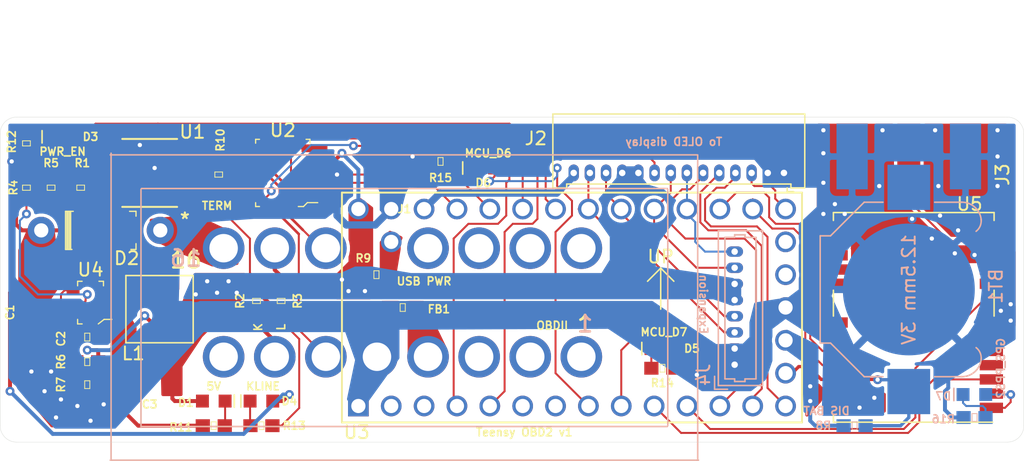
<source format=kicad_pcb>
(kicad_pcb (version 20171130) (host pcbnew 5.1.5)
  (layers (0 F.Cu signal) (31 B.Cu signal) (34 B.Paste user) (35 F.Paste user hide) (36 B.SilkS user) (37 F.SilkS user) (38 B.Mask user) (39 F.Mask user hide) (44 Edge.Cuts user))
  (net 0 "")
  (net 1 "Net-(U1-Pad8)")
  (net 2 "Net-(U2-Pad5)")
  (net 3 "Net-(U2-Pad4)")
  (net 4 "Net-(U2-Pad1)")
  (net 5 "Net-(J1-Pad13)")
  (net 6 "Net-(J1-Pad12)")
  (net 7 "Net-(J1-Pad11)")
  (net 8 "Net-(J1-Pad10)")
  (net 9 "Net-(J1-Pad9)")
  (net 10 "Net-(J1-Pad8)")
  (net 11 "Net-(J1-Pad3)")
  (net 12 "Net-(J1-Pad2)")
  (net 13 "Net-(J1-Pad1)")
  (net 14 "Net-(U3-Pad2)")
  (net 15 "Net-(U3-Pad3)")
  (net 16 "Net-(U3-Pad7)")
  (net 17 "Net-(U3-Pad19)")
  (net 18 "Net-(U3-Pad18)")
  (net 19 V_BATT)
  (net 20 KLINE)
  (net 21 GND)
  (net 22 KLINE_EN)
  (net 23 5V)
  (net 24 3.3V)
  (net 25 SPI_SCK)
  (net 26 SPI_DIN)
  (net 27 SPI_DOUT)
  (net 28 SPI_CS)
  (net 29 "Net-(C2-Pad2)")
  (net 30 "Net-(C2-Pad1)")
  (net 31 LLINE)
  (net 32 "Net-(R1-Pad2)")
  (net 33 PWR_EN)
  (net 34 "Net-(R6-Pad2)")
  (net 35 "Net-(U5-Pad19)")
  (net 36 "Net-(U5-Pad18)")
  (net 37 "Net-(U5-Pad17)")
  (net 38 "Net-(U5-Pad16)")
  (net 39 "Net-(U5-Pad15)")
  (net 40 "Net-(U5-Pad14)")
  (net 41 "Net-(U5-Pad9)")
  (net 42 "Net-(U5-Pad6)")
  (net 43 "Net-(U5-Pad5)")
  (net 44 "Net-(U5-Pad4)")
  (net 45 "Net-(U5-Pad2)")
  (net 46 "Net-(J3-Pad1)")
  (net 47 CAN_N)
  (net 48 CAN_P)
  (net 49 GNDPWR)
  (net 50 GPS_RX)
  (net 51 GPS_TX)
  (net 52 GPS_RSTn)
  (net 53 GPS_PPS)
  (net 54 GPS_PPS2)
  (net 55 /VBATT_RAW)
  (net 56 VCOIN)
  (net 57 "Net-(R9-Pad1)")
  (net 58 CAN_ENn)
  (net 59 "Net-(U3-Pad6)")
  (net 60 KLINE_TX)
  (net 61 KLINE_RX)
  (net 62 "Net-(D1-PadC)")
  (net 63 "Net-(D3-PadC)")
  (net 64 "Net-(D4-PadC)")
  (net 65 "Net-(D5-PadC)")
  (net 66 LED4)
  (net 67 "Net-(D6-PadC)")
  (net 68 LED5)
  (net 69 "Net-(D7-PadC)")
  (net 70 MCU_TX4)
  (net 71 MCU_RX4)
  (net 72 MCU_SCL0)
  (net 73 MCU_SDA0)
  (module Connectors:OBDII (layer F.Cu) (at 146.304 96.647)
    (fp_text reference J1 (at 0 -7.62) (layer F.SilkS) (effects (font (size 0.6096 0.6096) (thickness 0.127))))
    (fp_text value OBDII (at 11.43 1.397) (layer F.SilkS) (effects (font (size 0.6096 0.6096) (thickness 0.127))))
    (fp_text user 1 (at 13.97 1.27) (layer B.SilkS) (effects (font (size 1.27 1.27) (thickness 0.2032)) (justify mirror)))
    (fp_text user 16 (at -16.891 -3.81) (layer B.SilkS) (effects (font (size 1.27 1.27) (thickness 0.2032)) (justify mirror)))
    (fp_text user 16 (at -16.891 -3.683) (layer F.SilkS) (effects (font (size 1.27 1.27) (thickness 0.2032))))
    (fp_text user 1 (at 13.97 1.27) (layer F.SilkS) (effects (font (size 1.27 1.27) (thickness 0.2032))))
    (pad 16 thru_hole circle (at -13.97 -4.58978) (size 3.21564 3.21564) (drill 2.19964) (layers *.Cu *.Mask) (net 55 /VBATT_RAW))
    (pad 15 thru_hole circle (at -10.01776 -4.58978) (size 3.21564 3.21564) (drill 2.19964) (layers *.Cu *.Mask) (net 31 LLINE))
    (pad 14 thru_hole circle (at -6.06806 -4.58978) (size 3.21564 3.21564) (drill 2.19964) (layers *.Cu *.Mask) (net 47 CAN_N))
    (pad 12 thru_hole circle (at 1.8288 -4.58978) (size 3.21564 3.21564) (drill 2.19964) (layers *.Cu *.Mask) (net 6 "Net-(J1-Pad12)"))
    (pad 11 thru_hole circle (at 5.7785 -4.58978) (size 3.21564 3.21564) (drill 2.19964) (layers *.Cu *.Mask) (net 7 "Net-(J1-Pad11)"))
    (pad 10 thru_hole circle (at 9.7282 -4.58978) (size 3.21564 3.21564) (drill 2.19964) (layers *.Cu *.Mask) (net 8 "Net-(J1-Pad10)"))
    (pad 9 thru_hole circle (at 13.6779 -4.58978) (size 3.21564 3.21564) (drill 2.19964) (layers *.Cu *.Mask) (net 9 "Net-(J1-Pad9)"))
    (pad 8 thru_hole circle (at -13.97 3.81) (size 3.21564 3.21564) (drill 2.19964) (layers *.Cu *.Mask) (net 10 "Net-(J1-Pad8)"))
    (pad 7 thru_hole circle (at -10.01776 3.81) (size 3.21564 3.21564) (drill 2.19964) (layers *.Cu *.Mask) (net 20 KLINE))
    (pad 6 thru_hole circle (at -6.06806 3.81) (size 3.21564 3.21564) (drill 2.19964) (layers *.Cu *.Mask) (net 48 CAN_P))
    (pad 5 thru_hole circle (at -2.11836 3.81) (size 3.21564 3.21564) (drill 2.19964) (layers *.Cu *.Mask) (net 21 GND))
    (pad 4 thru_hole circle (at 1.8288 3.81) (size 3.21564 3.21564) (drill 2.19964) (layers *.Cu *.Mask) (net 49 GNDPWR))
    (pad 3 thru_hole circle (at 5.7785 3.81) (size 3.21564 3.21564) (drill 2.19964) (layers *.Cu *.Mask) (net 11 "Net-(J1-Pad3)"))
    (pad 2 thru_hole circle (at 9.7282 3.81) (size 3.21564 3.21564) (drill 2.19964) (layers *.Cu *.Mask) (net 12 "Net-(J1-Pad2)"))
    (pad 1 thru_hole circle (at 13.6779 3.81) (size 3.21564 3.21564) (drill 2.19964) (layers *.Cu *.Mask) (net 13 "Net-(J1-Pad1)"))
  )
  (module Battery:BatteryHolder_Keystone_3000_1x12mm (layer B.Cu) (at 185.293 95.25 270)
    (fp_text reference BT1 (at -0.254 -6.731 270) (layer B.SilkS) (effects (justify mirror)))
    (fp_text value Battery_Cell hide)
    (fp_text user "12.5mm 3V" (at 0 0 270) (layer B.SilkS) (effects (justify mirror)))
    (pad 2 smd circle (at 0 0 270) (size 10.2 10.2) (layers B.Cu B.Mask) (net 21 GND))
    (pad 1 smd rect (at 7.9 0 270) (size 3.5 3.3) (layers B.Cu B.Paste B.Mask) (net 56 VCOIN))
    (pad 1 smd rect (at -7.9 0 270) (size 3.5 3.3) (layers B.Cu B.Paste B.Mask) (net 56 VCOIN))
  )
  (module teensy:Teensy40_nosilk (layer F.Cu) (at 159.258 96.647)
    (fp_text reference U3 (at -16.637 9.652) (layer F.SilkS))
    (fp_text value Teensy4.0 hide)
    (pad 1 thru_hole rect (at -16.51 7.62) (size 1.6 1.6) (drill 1.1) (layers *.Cu *.Mask) (net 21 GND))
    (pad 2 thru_hole circle (at -13.97 7.62) (size 1.6 1.6) (drill 1.1) (layers *.Cu *.Mask) (net 14 "Net-(U3-Pad2)"))
    (pad 3 thru_hole circle (at -11.43 7.62) (size 1.6 1.6) (drill 1.1) (layers *.Cu *.Mask) (net 15 "Net-(U3-Pad3)"))
    (pad 4 thru_hole circle (at -8.89 7.62) (size 1.6 1.6) (drill 1.1) (layers *.Cu *.Mask) (net 58 CAN_ENn))
    (pad 5 thru_hole circle (at -6.35 7.62) (size 1.6 1.6) (drill 1.1) (layers *.Cu *.Mask) (net 22 KLINE_EN))
    (pad 6 thru_hole circle (at -3.81 7.62) (size 1.6 1.6) (drill 1.1) (layers *.Cu *.Mask) (net 59 "Net-(U3-Pad6)"))
    (pad 7 thru_hole circle (at -1.27 7.62) (size 1.6 1.6) (drill 1.1) (layers *.Cu *.Mask) (net 16 "Net-(U3-Pad7)"))
    (pad 8 thru_hole circle (at 1.27 7.62) (size 1.6 1.6) (drill 1.1) (layers *.Cu *.Mask) (net 68 LED5))
    (pad 9 thru_hole circle (at 3.81 7.62) (size 1.6 1.6) (drill 1.1) (layers *.Cu *.Mask) (net 66 LED4))
    (pad 10 thru_hole circle (at 6.35 7.62) (size 1.6 1.6) (drill 1.1) (layers *.Cu *.Mask) (net 53 GPS_PPS))
    (pad 11 thru_hole circle (at 8.89 7.62) (size 1.6 1.6) (drill 1.1) (layers *.Cu *.Mask) (net 52 GPS_RSTn))
    (pad 12 thru_hole circle (at 11.43 7.62) (size 1.6 1.6) (drill 1.1) (layers *.Cu *.Mask) (net 28 SPI_CS))
    (pad 13 thru_hole circle (at 13.97 7.62) (size 1.6 1.6) (drill 1.1) (layers *.Cu *.Mask) (net 27 SPI_DOUT))
    (pad 34 thru_hole circle (at -13.97 -5.08) (size 1.6 1.6) (drill 1.1) (layers *.Cu *.Mask) (net 57 "Net-(R9-Pad1)"))
    (pad 33 thru_hole circle (at -16.51 -7.62) (size 1.6 1.6) (drill 1.1) (layers *.Cu *.Mask) (net 23 5V))
    (pad 32 thru_hole circle (at -13.97 -7.62) (size 1.6 1.6) (drill 1.1) (layers *.Cu *.Mask) (net 21 GND))
    (pad 31 thru_hole circle (at -11.43 -7.62) (size 1.6 1.6) (drill 1.1) (layers *.Cu *.Mask) (net 24 3.3V))
    (pad 30 thru_hole circle (at -8.89 -7.62) (size 1.6 1.6) (drill 1.1) (layers *.Cu *.Mask) (net 3 "Net-(U2-Pad4)"))
    (pad 29 thru_hole circle (at -6.35 -7.62) (size 1.6 1.6) (drill 1.1) (layers *.Cu *.Mask) (net 4 "Net-(U2-Pad1)"))
    (pad 28 thru_hole circle (at -3.81 -7.62) (size 1.6 1.6) (drill 1.1) (layers *.Cu *.Mask) (net 61 KLINE_RX))
    (pad 27 thru_hole circle (at -1.27 -7.62) (size 1.6 1.6) (drill 1.1) (layers *.Cu *.Mask) (net 60 KLINE_TX))
    (pad 26 thru_hole circle (at 1.27 -7.62) (size 1.6 1.6) (drill 1.1) (layers *.Cu *.Mask) (net 72 MCU_SCL0))
    (pad 25 thru_hole circle (at 3.81 -7.62) (size 1.6 1.6) (drill 1.1) (layers *.Cu *.Mask) (net 73 MCU_SDA0))
    (pad 24 thru_hole circle (at 6.35 -7.62) (size 1.6 1.6) (drill 1.1) (layers *.Cu *.Mask) (net 70 MCU_TX4))
    (pad 23 thru_hole circle (at 8.89 -7.62) (size 1.6 1.6) (drill 1.1) (layers *.Cu *.Mask) (net 71 MCU_RX4))
    (pad 22 thru_hole circle (at 11.43 -7.62) (size 1.6 1.6) (drill 1.1) (layers *.Cu *.Mask) (net 51 GPS_TX))
    (pad 21 thru_hole circle (at 13.97 -7.62) (size 1.6 1.6) (drill 1.1) (layers *.Cu *.Mask) (net 50 GPS_RX))
    (pad 14 thru_hole circle (at 16.51 7.62) (size 1.6 1.6) (drill 1.1) (layers *.Cu *.Mask) (net 26 SPI_DIN))
    (pad 15 thru_hole circle (at 16.51 5.08) (size 1.6 1.6) (drill 1.1) (layers *.Cu *.Mask) (net 56 VCOIN))
    (pad 16 thru_hole circle (at 16.51 2.54) (size 1.6 1.6) (drill 1.1) (layers *.Cu *.Mask) (net 24 3.3V))
    (pad 20 thru_hole circle (at 16.51 -7.62) (size 1.6 1.6) (drill 1.1) (layers *.Cu *.Mask) (net 25 SPI_SCK))
    (pad 19 thru_hole circle (at 16.51 -5.08) (size 1.6 1.6) (drill 1.1) (layers *.Cu *.Mask) (net 17 "Net-(U3-Pad19)"))
    (pad 18 thru_hole circle (at 16.51 -2.54) (size 1.6 1.6) (drill 1.1) (layers *.Cu *.Mask) (net 18 "Net-(U3-Pad18)"))
    (pad 17 thru_hole circle (at 16.51 0) (size 1.6 1.6) (drill 1.1) (layers *.Cu *.Mask) (net 21 GND))
  )
  (module Connector_Molex:Molex_PicoBlade_53047-0810_1x08_P1.25mm_Vertical (layer B.Cu) (at 171.831 101.072 90)
    (fp_text reference J4 (at -0.782 -2.413 -90) (layer B.SilkS) (effects (justify mirror)))
    (fp_text value Conn_01x08_Male hide)
    (pad 8 thru_hole oval (at 8.75 0 90) (size 0.8 1.3) (drill 0.5) (layers *.Cu *.Mask) (net 71 MCU_RX4))
    (pad 7 thru_hole oval (at 7.5 0 90) (size 0.8 1.3) (drill 0.5) (layers *.Cu *.Mask) (net 70 MCU_TX4))
    (pad 6 thru_hole oval (at 6.25 0 90) (size 0.8 1.3) (drill 0.5) (layers *.Cu *.Mask) (net 23 5V))
    (pad 5 thru_hole oval (at 5 0 90) (size 0.8 1.3) (drill 0.5) (layers *.Cu *.Mask) (net 23 5V))
    (pad 4 thru_hole oval (at 3.75 0 90) (size 0.8 1.3) (drill 0.5) (layers *.Cu *.Mask) (net 73 MCU_SDA0))
    (pad 3 thru_hole oval (at 2.5 0 90) (size 0.8 1.3) (drill 0.5) (layers *.Cu *.Mask) (net 72 MCU_SCL0))
    (pad 2 thru_hole oval (at 1.25 0 90) (size 0.8 1.3) (drill 0.5) (layers *.Cu *.Mask) (net 21 GND))
    (pad 1 thru_hole roundrect (at 0 0 90) (size 0.8 1.3) (drill 0.5) (layers *.Cu *.Mask) (net 21 GND))
  )
  (module Connector_Molex:Molex_PicoBlade_53048-1410_1x14_P1.25mm_Horizontal (layer F.Cu) (at 175.641 86.233 180)
    (fp_text reference J2 (at 19.177 2.667) (layer F.SilkS))
    (fp_text value Conn_01x14_Male hide)
    (pad 14 thru_hole oval (at 16.25 0 180) (size 0.8 1.3) (drill 0.5) (layers *.Cu *.Mask) (net 24 3.3V))
    (pad 13 thru_hole oval (at 15 0 180) (size 0.8 1.3) (drill 0.5) (layers *.Cu *.Mask) (net 72 MCU_SCL0))
    (pad 12 thru_hole oval (at 13.75 0 180) (size 0.8 1.3) (drill 0.5) (layers *.Cu *.Mask) (net 73 MCU_SDA0))
    (pad 11 thru_hole oval (at 12.5 0 180) (size 0.8 1.3) (drill 0.5) (layers *.Cu *.Mask) (net 23 5V))
    (pad 10 thru_hole oval (at 11.25 0 180) (size 0.8 1.3) (drill 0.5) (layers *.Cu *.Mask) (net 23 5V))
    (pad 9 thru_hole oval (at 10 0 180) (size 0.8 1.3) (drill 0.5) (layers *.Cu *.Mask) (net 33 PWR_EN))
    (pad 8 thru_hole oval (at 8.75 0 180) (size 0.8 1.3) (drill 0.5) (layers *.Cu *.Mask) (net 70 MCU_TX4))
    (pad 7 thru_hole oval (at 7.5 0 180) (size 0.8 1.3) (drill 0.5) (layers *.Cu *.Mask) (net 71 MCU_RX4))
    (pad 6 thru_hole oval (at 6.25 0 180) (size 0.8 1.3) (drill 0.5) (layers *.Cu *.Mask) (net 28 SPI_CS))
    (pad 5 thru_hole oval (at 5 0 180) (size 0.8 1.3) (drill 0.5) (layers *.Cu *.Mask) (net 27 SPI_DOUT))
    (pad 4 thru_hole oval (at 3.75 0 180) (size 0.8 1.3) (drill 0.5) (layers *.Cu *.Mask) (net 26 SPI_DIN))
    (pad 3 thru_hole oval (at 2.5 0 180) (size 0.8 1.3) (drill 0.5) (layers *.Cu *.Mask) (net 25 SPI_SCK))
    (pad 2 thru_hole oval (at 1.25 0 180) (size 0.8 1.3) (drill 0.5) (layers *.Cu *.Mask) (net 21 GND))
    (pad 1 thru_hole roundrect (at 0 0 180) (size 0.8 1.3) (drill 0.5) (layers *.Cu *.Mask) (net 21 GND))
  )
  (module digikey-footprints:RF_SMA_BoardEdge_142-0701-801 (layer F.Cu) (at 185.293 82.423)
    (fp_text reference J3 (at 7.239 3.937 90) (layer F.SilkS))
    (fp_text value 142-0701-801)
    (pad 2 smd rect (at -4.3815 2.54) (size 2.413 5.08) (layers B.Cu B.Paste B.Mask) (net 21 GND))
    (pad 2 smd rect (at 4.3815 2.54) (size 2.413 5.08) (layers B.Cu B.Paste B.Mask) (net 21 GND))
    (pad 2 smd rect (at 4.3815 2.54) (size 2.413 5.08) (layers F.Cu F.Paste F.Mask) (net 21 GND))
    (pad 1 smd rect (at 0 2.54) (size 1.778 5.08) (layers F.Cu F.Paste F.Mask) (net 46 "Net-(J3-Pad1)"))
    (pad 2 smd rect (at -4.3815 2.54) (size 2.413 5.08) (layers F.Cu F.Paste F.Mask) (net 21 GND))
  )
  (module Capacitors:0603 (layer B.Cu) (at 190.373 105.156 180)
    (fp_text reference R16 (at 2.413 -0.127) (layer B.SilkS) (effects (font (size 0.6096 0.6096) (thickness 0.127)) (justify mirror)))
    (fp_text value 390 hide)
    (pad 2 smd rect (at 0.84836 0 180) (size 1.09982 0.99822) (layers B.Cu B.Paste B.Mask) (net 21 GND))
    (pad 1 smd rect (at -0.84836 0 180) (size 1.09982 0.99822) (layers B.Cu B.Paste B.Mask) (net 69 "Net-(D7-PadC)"))
  )
  (module Capacitors:0603 (layer F.Cu) (at 149.098 85.344 180)
    (fp_text reference R15 (at 0 -1.27) (layer F.SilkS) (effects (font (size 0.6096 0.6096) (thickness 0.127))))
    (fp_text value 390 hide)
    (pad 2 smd rect (at 0.84836 0 180) (size 1.09982 0.99822) (layers F.Cu F.Paste F.Mask) (net 21 GND))
    (pad 1 smd rect (at -0.84836 0 180) (size 1.09982 0.99822) (layers F.Cu F.Paste F.Mask) (net 67 "Net-(D6-PadC)"))
  )
  (module Capacitors:0603 (layer F.Cu) (at 166.243 101.346)
    (fp_text reference R14 (at 0 1.143) (layer F.SilkS) (effects (font (size 0.6096 0.6096) (thickness 0.127))))
    (fp_text value 390 hide)
    (pad 2 smd rect (at 0.84836 0) (size 1.09982 0.99822) (layers F.Cu F.Paste F.Mask) (net 21 GND))
    (pad 1 smd rect (at -0.84836 0) (size 1.09982 0.99822) (layers F.Cu F.Paste F.Mask) (net 65 "Net-(D5-PadC)"))
  )
  (module Capacitors:0603 (layer F.Cu) (at 135.255 105.791 180)
    (fp_text reference R13 (at -2.54 0) (layer F.SilkS) (effects (font (size 0.6096 0.6096) (thickness 0.127))))
    (fp_text value 2,2k hide)
    (pad 2 smd rect (at 0.84836 0 180) (size 1.09982 0.99822) (layers F.Cu F.Paste F.Mask) (net 64 "Net-(D4-PadC)"))
    (pad 1 smd rect (at -0.84836 0 180) (size 1.09982 0.99822) (layers F.Cu F.Paste F.Mask) (net 32 "Net-(R1-Pad2)"))
  )
  (module Capacitors:0603 (layer F.Cu) (at 117.094 83.947 270)
    (fp_text reference R12 (at -0.127 1.143 270) (layer F.SilkS) (effects (font (size 0.6096 0.6096) (thickness 0.127))))
    (fp_text value 2.2k hide)
    (pad 2 smd rect (at 0.84836 0 270) (size 1.09982 0.99822) (layers F.Cu F.Paste F.Mask) (net 21 GND))
    (pad 1 smd rect (at -0.84836 0 270) (size 1.09982 0.99822) (layers F.Cu F.Paste F.Mask) (net 63 "Net-(D3-PadC)"))
  )
  (module Capacitors:0603 (layer F.Cu) (at 131.572 105.791 180)
    (fp_text reference R11 (at 2.54 -0.127) (layer F.SilkS) (effects (font (size 0.6096 0.6096) (thickness 0.127))))
    (fp_text value 1k hide)
    (pad 2 smd rect (at 0.84836 0 180) (size 1.09982 0.99822) (layers F.Cu F.Paste F.Mask) (net 21 GND))
    (pad 1 smd rect (at -0.84836 0 180) (size 1.09982 0.99822) (layers F.Cu F.Paste F.Mask) (net 62 "Net-(D1-PadC)"))
  )
  (module LED:LED-0603 (layer B.Cu) (at 190.3603 103.378 180)
    (fp_text reference D7 (at 2.4003 -0.127) (layer B.SilkS) (effects (font (size 0.6096 0.6096) (thickness 0.127)) (justify mirror)))
    (fp_text value GPS_PPS2 (at -2.0447 2.032 270) (layer B.SilkS) (effects (font (size 0.6096 0.6096) (thickness 0.127)) (justify mirror)))
    (pad C smd rect (at 0.8763 0 270) (size 0.99822 0.99822) (layers B.Cu B.Paste B.Mask) (net 69 "Net-(D7-PadC)"))
    (pad A smd rect (at -0.8763 0 270) (size 0.99822 0.99822) (layers B.Cu B.Paste B.Mask) (net 54 GPS_PPS2))
  )
  (module LED:LED-0603 (layer F.Cu) (at 152.4 85.852 180)
    (fp_text reference D6 (at 0 -1.143) (layer F.SilkS) (effects (font (size 0.6096 0.6096) (thickness 0.127))))
    (fp_text value MCU_D6 (at -0.381 1.143) (layer F.SilkS) (effects (font (size 0.6096 0.6096) (thickness 0.127))))
    (pad C smd rect (at 0.8763 0 90) (size 0.99822 0.99822) (layers F.Cu F.Paste F.Mask) (net 67 "Net-(D6-PadC)"))
    (pad A smd rect (at -0.8763 0 90) (size 0.99822 0.99822) (layers F.Cu F.Paste F.Mask) (net 68 LED5))
  )
  (module LED:LED-0603 (layer F.Cu) (at 166.243 99.822 180)
    (fp_text reference D5 (at -2.286 0) (layer F.SilkS) (effects (font (size 0.6096 0.6096) (thickness 0.127))))
    (fp_text value MCU_D7 (at -0.127 1.27) (layer F.SilkS) (effects (font (size 0.6096 0.6096) (thickness 0.127))))
    (pad C smd rect (at 0.8763 0 90) (size 0.99822 0.99822) (layers F.Cu F.Paste F.Mask) (net 65 "Net-(D5-PadC)"))
    (pad A smd rect (at -0.8763 0 90) (size 0.99822 0.99822) (layers F.Cu F.Paste F.Mask) (net 66 LED4))
  )
  (module LED:LED-0603 (layer F.Cu) (at 135.255 103.886 180)
    (fp_text reference D4 (at -2.159 0) (layer F.SilkS) (effects (font (size 0.6096 0.6096) (thickness 0.127))))
    (fp_text value KLINE (at -0.127 1.143) (layer F.SilkS) (effects (font (size 0.6096 0.6096) (thickness 0.127))))
    (pad C smd rect (at 0.8763 0 90) (size 0.99822 0.99822) (layers F.Cu F.Paste F.Mask) (net 64 "Net-(D4-PadC)"))
    (pad A smd rect (at -0.8763 0 90) (size 0.99822 0.99822) (layers F.Cu F.Paste F.Mask) (net 19 V_BATT))
  )
  (module LED:LED-0603 (layer F.Cu) (at 119.888 83.439 180)
    (fp_text reference D3 (at -2.159 0) (layer F.SilkS) (effects (font (size 0.6096 0.6096) (thickness 0.127))))
    (fp_text value PWR_EN (at 0 -1.143) (layer F.SilkS) (effects (font (size 0.6096 0.6096) (thickness 0.127))))
    (pad C smd rect (at 0.8763 0 90) (size 0.99822 0.99822) (layers F.Cu F.Paste F.Mask) (net 63 "Net-(D3-PadC)"))
    (pad A smd rect (at -0.8763 0 90) (size 0.99822 0.99822) (layers F.Cu F.Paste F.Mask) (net 33 PWR_EN))
  )
  (module LED:LED-0603 (layer F.Cu) (at 131.572 103.886)
    (fp_text reference D1 (at -2.159 0.127) (layer F.SilkS) (effects (font (size 0.6096 0.6096) (thickness 0.127))))
    (fp_text value 5V (at 0 -1.143) (layer F.SilkS) (effects (font (size 0.6096 0.6096) (thickness 0.127))))
    (pad C smd rect (at 0.8763 0 270) (size 0.99822 0.99822) (layers F.Cu F.Paste F.Mask) (net 62 "Net-(D1-PadC)"))
    (pad A smd rect (at -0.8763 0 270) (size 0.99822 0.99822) (layers F.Cu F.Paste F.Mask) (net 23 5V))
  )
  (module Capacitors:0603 (layer F.Cu) (at 146.177 96.647)
    (fp_text reference FB1 (at 2.794 0.127) (layer F.SilkS) (effects (font (size 0.6096 0.6096) (thickness 0.127))))
    (fp_text value FERRITE_BEAD-0603 hide)
    (pad 2 smd rect (at 0.84836 0) (size 1.09982 0.99822) (layers F.Cu F.Paste F.Mask) (net 49 GNDPWR))
    (pad 1 smd rect (at -0.84836 0) (size 1.09982 0.99822) (layers F.Cu F.Paste F.Mask) (net 21 GND))
  )
  (module Capacitors:0603 (layer F.Cu) (at 131.953 86.36 270)
    (fp_text reference R10 (at -2.667 -0.127 90) (layer F.SilkS) (effects (font (size 0.6096 0.6096) (thickness 0.127))))
    (fp_text value 120-DNP hide)
    (fp_text user TERM (at 2.413 0.127 180) (layer F.SilkS) (effects (font (size 0.6096 0.6096) (thickness 0.127))))
    (pad 2 smd rect (at 0.84836 0 270) (size 1.09982 0.99822) (layers F.Cu F.Paste F.Mask) (net 48 CAN_P))
    (pad 1 smd rect (at -0.84836 0 270) (size 1.09982 0.99822) (layers F.Cu F.Paste F.Mask) (net 47 CAN_N))
  )
  (module Capacitors:0603 (layer F.Cu) (at 144.145 94.107 180)
    (fp_text reference R9 (at 1.016 1.27) (layer F.SilkS) (effects (font (size 0.6096 0.6096) (thickness 0.127))))
    (fp_text value 0-DNP hide)
    (fp_text user "USB PWR" (at -3.683 -0.508 180) (layer F.SilkS) (effects (font (size 0.6096 0.6096) (thickness 0.127))))
    (pad 2 smd rect (at 0.84836 0 180) (size 1.09982 0.99822) (layers F.Cu F.Paste F.Mask) (net 23 5V))
    (pad 1 smd rect (at -0.84836 0 180) (size 1.09982 0.99822) (layers F.Cu F.Paste F.Mask) (net 57 "Net-(R9-Pad1)"))
  )
  (module Capacitors:0603 (layer B.Cu) (at 181.102 105.791)
    (fp_text reference R8 (at -2.413 0) (layer B.SilkS) (effects (font (size 0.6096 0.6096) (thickness 0.127)) (justify mirror)))
    (fp_text value 0-DNP hide)
    (fp_text user "DIS BAT" (at -2.159 -1.143) (layer B.SilkS) (effects (font (size 0.6096 0.6096) (thickness 0.127)) (justify mirror)))
    (pad 2 smd rect (at 0.84836 0) (size 1.09982 0.99822) (layers B.Cu B.Paste B.Mask) (net 56 VCOIN))
    (pad 1 smd rect (at -0.84836 0) (size 1.09982 0.99822) (layers B.Cu B.Paste B.Mask) (net 24 3.3V))
  )
  (module RF_GPS:ublox_NEO (layer F.Cu) (at 185.674 97.409 180)
    (fp_text reference U5 (at -4.318 8.763 180) (layer F.SilkS))
    (fp_text value NEO-M8T)
    (pad 24 smd rect (at 6 -7 180) (size 1.8 0.8) (layers F.Cu F.Paste F.Mask) (net 21 GND))
    (pad 23 connect rect (at 6 -5.9 180) (size 1.8 0.8) (layers F.Cu F.Mask) (net 24 3.3V))
    (pad 22 smd rect (at 6 -4.8 180) (size 1.8 0.8) (layers F.Cu F.Paste F.Mask) (net 56 VCOIN))
    (pad 21 smd rect (at 6 -3.7 180) (size 1.8 0.8) (layers F.Cu F.Paste F.Mask) (net 50 GPS_RX))
    (pad 20 smd rect (at 6 -2.6 180) (size 1.8 0.8) (layers F.Cu F.Paste F.Mask) (net 51 GPS_TX))
    (pad 19 smd rect (at 6 -1.5 180) (size 1.8 0.8) (layers F.Cu F.Paste F.Mask) (net 35 "Net-(U5-Pad19)"))
    (pad 18 smd rect (at 6 -0.4 180) (size 1.8 0.8) (layers F.Cu F.Paste F.Mask) (net 36 "Net-(U5-Pad18)"))
    (pad 17 smd rect (at 6 2.6 180) (size 1.8 0.8) (layers F.Cu F.Paste F.Mask) (net 37 "Net-(U5-Pad17)"))
    (pad 16 smd rect (at 6 3.7 180) (size 1.8 0.8) (layers F.Cu F.Paste F.Mask) (net 38 "Net-(U5-Pad16)"))
    (pad 15 smd rect (at 6 4.8 180) (size 1.8 0.8) (layers F.Cu F.Paste F.Mask) (net 39 "Net-(U5-Pad15)"))
    (pad 14 smd rect (at 6 5.9 180) (size 1.8 0.8) (layers F.Cu F.Paste F.Mask) (net 40 "Net-(U5-Pad14)"))
    (pad 13 smd rect (at 6 7 180) (size 1.8 0.8) (layers F.Cu F.Paste F.Mask) (net 21 GND))
    (pad 12 smd rect (at -6 7 180) (size 1.8 0.8) (layers F.Cu F.Paste F.Mask) (net 21 GND))
    (pad 11 smd rect (at -6 5.9 180) (size 1.8 0.8) (layers F.Cu F.Paste F.Mask) (net 46 "Net-(J3-Pad1)"))
    (pad 10 smd rect (at -6 4.8 180) (size 1.8 0.8) (layers F.Cu F.Paste F.Mask) (net 21 GND))
    (pad 9 smd rect (at -6 3.7 180) (size 1.8 0.8) (layers F.Cu F.Paste F.Mask) (net 41 "Net-(U5-Pad9)"))
    (pad 8 smd rect (at -6 2.6 180) (size 1.8 0.8) (layers F.Cu F.Paste F.Mask) (net 52 GPS_RSTn))
    (pad 7 smd rect (at -6 -0.4 180) (size 1.8 0.8) (layers F.Cu F.Paste F.Mask) (net 21 GND))
    (pad 6 smd rect (at -6 -1.5 180) (size 1.8 0.8) (layers F.Cu F.Paste F.Mask) (net 42 "Net-(U5-Pad6)"))
    (pad 5 smd rect (at -6 -2.6 180) (size 1.8 0.8) (layers F.Cu F.Paste F.Mask) (net 43 "Net-(U5-Pad5)"))
    (pad 4 smd rect (at -6 -3.7 180) (size 1.8 0.8) (layers F.Cu F.Paste F.Mask) (net 44 "Net-(U5-Pad4)"))
    (pad 3 smd rect (at -6 -4.8 180) (size 1.8 0.8) (layers F.Cu F.Paste F.Mask) (net 53 GPS_PPS))
    (pad 2 smd rect (at -6 -5.9 180) (size 1.8 0.8) (layers F.Cu F.Paste F.Mask) (net 45 "Net-(U5-Pad2)"))
    (pad 1 smd rect (at -6 -7 180) (size 1.8 0.8) (layers F.Cu F.Paste F.Mask) (net 54 GPS_PPS2))
  )
  (module digikey-footprints:SOT-23-6 (layer F.Cu) (at 122.047 96.266 90)
    (fp_text reference U4 (at 2.54 0 180) (layer F.SilkS))
    (fp_text value TPS563200DDCR hide)
    (pad 6 smd rect (at -0.95 -1.35 90) (size 0.55 1) (layers F.Cu F.Paste F.Mask) (net 29 "Net-(C2-Pad2)"))
    (pad 5 smd rect (at 0 -1.35 90) (size 0.55 1) (layers F.Cu F.Paste F.Mask) (net 33 PWR_EN))
    (pad 4 smd rect (at 0.95 -1.35 90) (size 0.55 1) (layers F.Cu F.Paste F.Mask) (net 34 "Net-(R6-Pad2)"))
    (pad 1 smd rect (at -0.95 1.35 90) (size 0.55 1) (layers F.Cu F.Paste F.Mask) (net 21 GND))
    (pad 2 smd rect (at 0 1.35 90) (size 0.55 1) (layers F.Cu F.Paste F.Mask) (net 30 "Net-(C2-Pad1)"))
    (pad 3 smd rect (at 0.95 1.35 90) (size 0.55 1) (layers F.Cu F.Paste F.Mask) (net 19 V_BATT))
  )
  (module Capacitors:0603 (layer F.Cu) (at 121.793 102.616 180)
    (fp_text reference R7 (at 2.032 0 90) (layer F.SilkS) (effects (font (size 0.6096 0.6096) (thickness 0.127))))
    (fp_text value 10.0k hide)
    (pad 2 smd rect (at 0.84836 0 180) (size 1.09982 0.99822) (layers F.Cu F.Paste F.Mask) (net 21 GND))
    (pad 1 smd rect (at -0.84836 0 180) (size 1.09982 0.99822) (layers F.Cu F.Paste F.Mask) (net 34 "Net-(R6-Pad2)"))
  )
  (module Capacitors:0603 (layer F.Cu) (at 121.793 100.838 180)
    (fp_text reference R6 (at 2.032 0 90) (layer F.SilkS) (effects (font (size 0.6096 0.6096) (thickness 0.127))))
    (fp_text value 56.2k hide)
    (pad 2 smd rect (at 0.84836 0 180) (size 1.09982 0.99822) (layers F.Cu F.Paste F.Mask) (net 34 "Net-(R6-Pad2)"))
    (pad 1 smd rect (at -0.84836 0 180) (size 1.09982 0.99822) (layers F.Cu F.Paste F.Mask) (net 23 5V))
  )
  (module Capacitors:0603 (layer F.Cu) (at 118.999 87.376 90)
    (fp_text reference R5 (at 1.905 0) (layer F.SilkS) (effects (font (size 0.6096 0.6096) (thickness 0.127))))
    (fp_text value 1k hide)
    (pad 2 smd rect (at 0.84836 0 90) (size 1.09982 0.99822) (layers F.Cu F.Paste F.Mask) (net 21 GND))
    (pad 1 smd rect (at -0.84836 0 90) (size 1.09982 0.99822) (layers F.Cu F.Paste F.Mask) (net 33 PWR_EN))
  )
  (module Capacitors:0603 (layer F.Cu) (at 117.094 87.376 270)
    (fp_text reference R4 (at 0 1.016 270) (layer F.SilkS) (effects (font (size 0.6096 0.6096) (thickness 0.127))))
    (fp_text value 1k-DNP hide)
    (pad 2 smd rect (at 0.84836 0 270) (size 1.09982 0.99822) (layers F.Cu F.Paste F.Mask) (net 33 PWR_EN))
    (pad 1 smd rect (at -0.84836 0 270) (size 1.09982 0.99822) (layers F.Cu F.Paste F.Mask) (net 19 V_BATT))
  )
  (module Capacitors:0603 (layer F.Cu) (at 136.779 96.139 270)
    (fp_text reference R3 (at 0 -1.27 90) (layer F.SilkS) (effects (font (size 0.6096 0.6096) (thickness 0.127))))
    (fp_text value 0-DNP hide)
    (fp_text user L (at 2.032 0 270) (layer F.SilkS) (effects (font (size 0.6096 0.6096) (thickness 0.127))))
    (pad 2 smd rect (at 0.84836 0 270) (size 1.09982 0.99822) (layers F.Cu F.Paste F.Mask) (net 32 "Net-(R1-Pad2)"))
    (pad 1 smd rect (at -0.84836 0 270) (size 1.09982 0.99822) (layers F.Cu F.Paste F.Mask) (net 31 LLINE))
  )
  (module Capacitors:0603 (layer F.Cu) (at 134.874 96.139 90)
    (fp_text reference R2 (at 0 -1.27 90) (layer F.SilkS) (effects (font (size 0.6096 0.6096) (thickness 0.127))))
    (fp_text value 0 hide)
    (fp_text user K (at -2.032 0.127 90) (layer F.SilkS) (effects (font (size 0.6096 0.6096) (thickness 0.127))))
    (pad 2 smd rect (at 0.84836 0 90) (size 1.09982 0.99822) (layers F.Cu F.Paste F.Mask) (net 32 "Net-(R1-Pad2)"))
    (pad 1 smd rect (at -0.84836 0 90) (size 1.09982 0.99822) (layers F.Cu F.Paste F.Mask) (net 20 KLINE))
  )
  (module brian-custom:IHLP2020BZER4R7M11 (layer F.Cu) (at 127.381 96.774 270)
    (fp_text reference L1 (at 3.429 2.032 180) (layer F.SilkS))
    (fp_text value 4.7uH)
    (pad 2 smd rect (at -1.473 0 270) (size 1.905 2.79) (drill (offset -0.9525 0)) (layers F.Cu F.Paste F.Mask) (net 30 "Net-(C2-Pad1)"))
    (pad 1 smd rect (at 1.473 0 270) (size 1.905 2.79) (drill (offset 0.9525 0)) (layers F.Cu F.Paste F.Mask) (net 23 5V))
  )
  (module Capacitors:1210 (layer F.Cu) (at 126.619 102.362 180)
    (fp_text reference C3 (at 0 -1.778) (layer F.SilkS) (effects (font (size 0.6096 0.6096) (thickness 0.127))))
    (fp_text value 47uF hide)
    (pad 2 smd rect (at 1.7526 0 180) (size 1.27 2.05994) (layers F.Cu F.Paste F.Mask) (net 21 GND))
    (pad 1 smd rect (at -1.7526 0 180) (size 1.27 2.05994) (layers F.Cu F.Paste F.Mask) (net 23 5V))
  )
  (module Capacitors:0603 (layer F.Cu) (at 121.793 98.933 180)
    (fp_text reference C2 (at 2.032 -0.127 90) (layer F.SilkS) (effects (font (size 0.6096 0.6096) (thickness 0.127))))
    (fp_text value 0.1uF hide)
    (pad 2 smd rect (at 0.84836 0 180) (size 1.09982 0.99822) (layers F.Cu F.Paste F.Mask) (net 29 "Net-(C2-Pad2)"))
    (pad 1 smd rect (at -0.84836 0 180) (size 1.09982 0.99822) (layers F.Cu F.Paste F.Mask) (net 30 "Net-(C2-Pad1)"))
  )
  (module Capacitors:1210 (layer F.Cu) (at 117.729 97.028 270)
    (fp_text reference C1 (at 0 1.905 90) (layer F.SilkS) (effects (font (size 0.6096 0.6096) (thickness 0.127))))
    (fp_text value 22uF hide)
    (pad 2 smd rect (at 1.7526 0 270) (size 1.27 2.05994) (layers F.Cu F.Paste F.Mask) (net 21 GND))
    (pad 1 smd rect (at -1.7526 0 270) (size 1.27 2.05994) (layers F.Cu F.Paste F.Mask) (net 19 V_BATT))
  )
  (module Capacitors:0603 (layer F.Cu) (at 121.285 87.376 90)
    (fp_text reference R1 (at 1.905 0.127) (layer F.SilkS) (effects (font (size 0.6096 0.6096) (thickness 0.127))))
    (fp_text value 1k hide)
    (pad 2 smd rect (at 0.84836 0 90) (size 1.09982 0.99822) (layers F.Cu F.Paste F.Mask) (net 32 "Net-(R1-Pad2)"))
    (pad 1 smd rect (at -0.84836 0 90) (size 1.09982 0.99822) (layers F.Cu F.Paste F.Mask) (net 19 V_BATT))
  )
  (module digikey-footprints:DO-41 (layer F.Cu) (at 118.237 90.678)
    (fp_text reference D2 (at 6.604 2.159) (layer F.SilkS))
    (fp_text value 1N4007-T_NRND hide)
    (pad A thru_hole circle (at 9.2 0) (size 2.1 2.1) (drill 1.1) (layers *.Cu *.Mask) (net 55 /VBATT_RAW))
    (pad K thru_hole circle (at 0 0) (size 2.1 2.1) (drill 1.1) (layers *.Cu *.Mask) (net 19 V_BATT))
  )
  (module SN65HVDA195QDRQ1:SN65HVDA195QDRQ1 (layer F.Cu) (at 126.619 86.233 180)
    (fp_text reference U1 (at -3.302 3.175) (layer F.SilkS))
    (fp_text value SN65HVDA195QDRQ1 hide)
    (fp_text user * (at -2.7178 -3.6068) (layer F.SilkS))
    (fp_text user * (at -2.7178 -3.6068) (layer F.SilkS))
    (pad 8 smd rect (at 2.4638 -1.905 180) (size 1.9812 0.5588) (layers F.Cu F.Paste F.Mask) (net 1 "Net-(U1-Pad8)"))
    (pad 7 smd rect (at 2.4638 -0.635 180) (size 1.9812 0.5588) (layers F.Cu F.Paste F.Mask) (net 19 V_BATT))
    (pad 6 smd rect (at 2.4638 0.635 180) (size 1.9812 0.5588) (layers F.Cu F.Paste F.Mask) (net 32 "Net-(R1-Pad2)"))
    (pad 5 smd rect (at 2.4638 1.905 180) (size 1.9812 0.5588) (layers F.Cu F.Paste F.Mask) (net 21 GND))
    (pad 4 smd rect (at -2.4638 1.905 180) (size 1.9812 0.5588) (layers F.Cu F.Paste F.Mask) (net 60 KLINE_TX))
    (pad 3 smd rect (at -2.4638 0.635 180) (size 1.9812 0.5588) (layers F.Cu F.Paste F.Mask) (net 21 GND))
    (pad 2 smd rect (at -2.4638 -0.635 180) (size 1.9812 0.5588) (layers F.Cu F.Paste F.Mask) (net 22 KLINE_EN))
    (pad 1 smd rect (at -2.4638 -1.905 180) (size 1.9812 0.5588) (layers F.Cu F.Paste F.Mask) (net 61 KLINE_RX))
  )
  (module digikey-footprints:SOIC-8_W3.9mm (layer F.Cu) (at 136.906 86.233 90)
    (fp_text reference U2 (at 3.302 0 180) (layer F.SilkS))
    (fp_text value MCP2551-I_SN hide)
    (pad 3 smd rect (at 0.635 2.45 90) (size 0.6 2) (layers F.Cu F.Paste F.Mask) (net 23 5V))
    (pad 8 smd rect (at -1.905 -2.45 90) (size 0.6 2) (layers F.Cu F.Paste F.Mask) (net 58 CAN_ENn))
    (pad 7 smd rect (at -0.635 -2.45 90) (size 0.6 2) (layers F.Cu F.Paste F.Mask) (net 48 CAN_P))
    (pad 6 smd rect (at 0.635 -2.45 90) (size 0.6 2) (layers F.Cu F.Paste F.Mask) (net 47 CAN_N))
    (pad 5 smd rect (at 1.905 -2.45 90) (size 0.6 2) (layers F.Cu F.Paste F.Mask) (net 2 "Net-(U2-Pad5)"))
    (pad 4 smd rect (at 1.905 2.45 90) (size 0.6 2) (layers F.Cu F.Paste F.Mask) (net 3 "Net-(U2-Pad4)"))
    (pad 2 smd rect (at -0.635 2.45 90) (size 0.6 2) (layers F.Cu F.Paste F.Mask) (net 21 GND))
    (pad 1 smd rect (at -1.905 2.45 90) (size 0.6 2) (layers F.Cu F.Paste F.Mask) (net 4 "Net-(U2-Pad1)"))
  )
  (gr_text Expansion (at 169.418 96.393 270) (layer B.SilkS) (effects (font (size 0.6096 0.6096) (thickness 0.127)) (justify mirror)))
  (gr_text "To OLED display" (at 167.132 83.82) (layer B.SilkS) (effects (font (size 0.6096 0.6096) (thickness 0.127)) (justify mirror)))
  (gr_text "Teensy OBD2 v1" (at 155.575 106.299) (layer F.SilkS) (effects (font (size 0.6096 0.6096) (thickness 0.127))))
  (gr_text UP (at 166.116 92.71) (layer F.SilkS) (effects (font (size 1 1))))
  (gr_line (start 166.116 93.599) (end 167.132 94.615) (layer F.SilkS) (width 0.12))
  (gr_line (start 165.1 94.615) (end 166.116 93.599) (layer F.SilkS) (width 0.12))
  (gr_line (start 166.116 96.774) (end 166.116 93.599) (layer F.SilkS) (width 0.12))
  (gr_line (start 116.332 107.061) (end 192.913 107.061) (layer Edge.Cuts) (width 0.0254))
  (gr_line (start 115.062 105.791) (end 115.062 83.185) (layer Edge.Cuts) (width 0.0254))
  (gr_line (start 194.183 105.791) (end 194.183 83.185) (layer Edge.Cuts) (width 0.0254))
  (gr_line (start 116.332 81.915) (end 192.913 81.915) (layer Edge.Cuts) (width 0.0254))
  (gr_arc (start 116.332 83.185) (end 116.332 81.915) (angle -90) (layer Edge.Cuts) (width 0.0254))
  (gr_arc (start 116.332 105.791) (end 115.062 105.791) (angle -90) (layer Edge.Cuts) (width 0.0254))
  (gr_arc (start 192.913 105.791) (end 192.913 107.061) (angle -90) (layer Edge.Cuts) (width 0.0254))
  (gr_arc (start 192.913 83.185) (end 192.913 81.915) (angle 90) (layer Edge.Cuts) (width 0.0254))
  (segment (start 142.210482 86.995) (end 148.336 86.995) (width 0.1524) (layer F.Cu) (net 3))
  (segment (start 138.2036 84.328) (end 137.541 84.9906) (width 0.1524) (layer F.Cu) (net 3))
  (segment (start 139.356 84.328) (end 138.2036 84.328) (width 0.1524) (layer F.Cu) (net 3))
  (segment (start 148.336 86.995) (end 150.368 89.027) (width 0.1524) (layer F.Cu) (net 3))
  (segment (start 140.051482 89.154) (end 142.210482 86.995) (width 0.1524) (layer F.Cu) (net 3))
  (segment (start 137.541 84.9906) (end 137.541 88.034482) (width 0.1524) (layer F.Cu) (net 3))
  (segment (start 137.541 88.034482) (end 138.660518 89.154) (width 0.1524) (layer F.Cu) (net 3))
  (segment (start 138.660518 89.154) (end 140.051482 89.154) (width 0.1524) (layer F.Cu) (net 3))
  (segment (start 140.5084 88.138) (end 142.2864 86.36) (width 0.1524) (layer F.Cu) (net 4))
  (segment (start 139.356 88.138) (end 140.5084 88.138) (width 0.1524) (layer F.Cu) (net 4))
  (segment (start 150.241 86.36) (end 152.908 89.027) (width 0.1524) (layer F.Cu) (net 4))
  (segment (start 142.2864 86.36) (end 150.241 86.36) (width 0.1524) (layer F.Cu) (net 4))
  (segment (start 117.094 86.57844) (end 117.094 86.52764) (width 0.3048) (layer F.Cu) (net 19))
  (segment (start 116.752076 90.678) (end 116.290089 90.216013) (width 0.3048) (layer F.Cu) (net 19))
  (segment (start 116.29009 87.38235) (end 117.094 86.57844) (width 0.3048) (layer F.Cu) (net 19))
  (segment (start 116.290089 90.216013) (end 116.29009 87.38235) (width 0.3048) (layer F.Cu) (net 19))
  (segment (start 118.237 90.678) (end 116.752076 90.678) (width 0.3048) (layer F.Cu) (net 19))
  (segment (start 124.1552 86.868) (end 123.444 86.868) (width 0.3048) (layer F.Cu) (net 19))
  (segment (start 119.68607 90.678) (end 118.237 90.678) (width 0.3048) (layer F.Cu) (net 19))
  (segment (start 121.285 89.07907) (end 119.68607 90.678) (width 0.3048) (layer F.Cu) (net 19))
  (segment (start 121.285 88.22436) (end 121.285 89.07907) (width 0.3048) (layer F.Cu) (net 19))
  (segment (start 122.8598 86.868) (end 124.1552 86.868) (width 0.3048) (layer F.Cu) (net 19))
  (segment (start 122.555 87.1728) (end 122.8598 86.868) (width 0.3048) (layer F.Cu) (net 19))
  (segment (start 122.555 87.75827) (end 122.555 87.1728) (width 0.3048) (layer F.Cu) (net 19))
  (segment (start 122.08891 88.22436) (end 122.555 87.75827) (width 0.3048) (layer F.Cu) (net 19))
  (segment (start 121.285 88.22436) (end 122.08891 88.22436) (width 0.3048) (layer F.Cu) (net 19))
  (segment (start 136.1313 103.886) (end 136.906 103.886) (width 0.3048) (layer F.Cu) (net 19))
  (via (at 137.414 103.378) (size 0.6858) (drill 0.3302) (layers F.Cu B.Cu) (net 19))
  (segment (start 136.906 103.886) (end 137.414 103.378) (width 0.3048) (layer F.Cu) (net 19))
  (segment (start 136.929067 103.378) (end 133.881067 106.426) (width 0.3048) (layer B.Cu) (net 19))
  (segment (start 137.414 103.378) (end 136.929067 103.378) (width 0.3048) (layer B.Cu) (net 19))
  (segment (start 133.881067 106.426) (end 119.126 106.426) (width 0.3048) (layer B.Cu) (net 19))
  (segment (start 119.126 106.426) (end 115.824 103.124) (width 0.3048) (layer B.Cu) (net 19))
  (via (at 115.824 103.124) (size 0.6858) (drill 0.3302) (layers F.Cu B.Cu) (net 19))
  (segment (start 115.824 103.124) (end 115.824 95.504) (width 0.3048) (layer F.Cu) (net 19))
  (segment (start 116.0526 95.2754) (end 117.729 95.2754) (width 0.3048) (layer F.Cu) (net 19))
  (segment (start 115.824 95.504) (end 116.0526 95.2754) (width 0.3048) (layer F.Cu) (net 19))
  (segment (start 136.28624 100.457) (end 136.28624 99.20224) (width 0.3048) (layer F.Cu) (net 20))
  (segment (start 136.23417 99.20224) (end 134.874 97.84207) (width 0.3048) (layer F.Cu) (net 20))
  (segment (start 134.874 97.84207) (end 134.874 96.98736) (width 0.3048) (layer F.Cu) (net 20))
  (segment (start 136.28624 99.20224) (end 136.23417 99.20224) (width 0.3048) (layer F.Cu) (net 20))
  (via (at 188.849 92.456) (size 0.6858) (drill 0.3302) (layers F.Cu B.Cu) (net 21))
  (via (at 187.071 91.313) (size 0.6858) (drill 0.3302) (layers F.Cu B.Cu) (net 21))
  (via (at 117.475 101.6) (size 0.6858) (drill 0.3302) (layers F.Cu B.Cu) (net 21))
  (via (at 118.491 103.124) (size 0.6858) (drill 0.3302) (layers F.Cu B.Cu) (net 21))
  (via (at 119.38 105.156) (size 0.6858) (drill 0.3302) (layers F.Cu B.Cu) (net 21))
  (via (at 118.999 101.6) (size 0.6858) (drill 0.3302) (layers F.Cu B.Cu) (net 21))
  (via (at 119.761 103.759) (size 0.6858) (drill 0.3302) (layers F.Cu B.Cu) (net 21))
  (via (at 192.151 87.249) (size 0.6858) (drill 0.3302) (layers F.Cu B.Cu) (net 21))
  (via (at 192.151 84.963) (size 0.6858) (drill 0.3302) (layers F.Cu B.Cu) (net 21))
  (via (at 192.151 82.931) (size 0.6858) (drill 0.3302) (layers F.Cu B.Cu) (net 21))
  (via (at 178.689 82.931) (size 0.6858) (drill 0.3302) (layers F.Cu B.Cu) (net 21))
  (via (at 178.689 84.709) (size 0.6858) (drill 0.3302) (layers F.Cu B.Cu) (net 21))
  (via (at 178.689 86.995) (size 0.6858) (drill 0.3302) (layers F.Cu B.Cu) (net 21))
  (via (at 187.579 87.249) (size 0.6858) (drill 0.3302) (layers F.Cu B.Cu) (net 21))
  (via (at 183.007 87.249) (size 0.6858) (drill 0.3302) (layers F.Cu B.Cu) (net 21))
  (via (at 187.325 82.931) (size 0.6858) (drill 0.3302) (layers F.Cu B.Cu) (net 21))
  (via (at 183.261 82.931) (size 0.6858) (drill 0.3302) (layers F.Cu B.Cu) (net 21))
  (via (at 121.031 104.267) (size 0.6858) (drill 0.3302) (layers F.Cu B.Cu) (net 21))
  (via (at 122.047 105.41) (size 0.6858) (drill 0.3302) (layers F.Cu B.Cu) (net 21))
  (via (at 123.063 104.14) (size 0.6858) (drill 0.3302) (layers F.Cu B.Cu) (net 21))
  (segment (start 118.999 86.487) (end 118.999 86.52764) (width 0.3048) (layer F.Cu) (net 21))
  (via (at 178.689 89.408) (size 0.6858) (drill 0.3302) (layers F.Cu B.Cu) (net 21))
  (via (at 179.578 88.646) (size 0.6858) (drill 0.3302) (layers F.Cu B.Cu) (net 21))
  (via (at 180.34 89.408) (size 0.6858) (drill 0.3302) (layers F.Cu B.Cu) (net 21))
  (via (at 141.097 86.36) (size 0.6858) (drill 0.3302) (layers F.Cu B.Cu) (net 21))
  (segment (start 139.356 86.868) (end 140.589 86.868) (width 0.3048) (layer F.Cu) (net 21))
  (segment (start 140.589 86.868) (end 141.097 86.36) (width 0.3048) (layer F.Cu) (net 21))
  (segment (start 119.96293 84.709) (end 118.999 85.67293) (width 0.3048) (layer F.Cu) (net 21))
  (segment (start 124.1552 84.328) (end 121.92 84.328) (width 0.3048) (layer F.Cu) (net 21))
  (segment (start 121.92 84.328) (end 121.539 84.709) (width 0.3048) (layer F.Cu) (net 21))
  (segment (start 121.539 84.709) (end 119.96293 84.709) (width 0.3048) (layer F.Cu) (net 21))
  (segment (start 118.12143 84.79536) (end 117.89791 84.79536) (width 0.3048) (layer F.Cu) (net 21))
  (segment (start 117.89791 84.79536) (end 117.094 84.79536) (width 0.3048) (layer F.Cu) (net 21))
  (segment (start 118.999 85.67293) (end 118.12143 84.79536) (width 0.3048) (layer F.Cu) (net 21))
  (segment (start 118.999 86.52764) (end 118.999 85.67293) (width 0.3048) (layer F.Cu) (net 21))
  (via (at 127 85.852) (size 0.6858) (drill 0.3302) (layers F.Cu B.Cu) (net 21))
  (segment (start 129.0828 85.598) (end 127.254 85.598) (width 0.3048) (layer F.Cu) (net 21))
  (segment (start 127.254 85.598) (end 127 85.852) (width 0.3048) (layer F.Cu) (net 21))
  (segment (start 127 85.852) (end 127 85.217) (width 0.3048) (layer B.Cu) (net 21))
  (via (at 125.857 84.074) (size 0.6858) (drill 0.3302) (layers F.Cu B.Cu) (net 21))
  (segment (start 127 85.217) (end 125.857 84.074) (width 0.3048) (layer B.Cu) (net 21))
  (segment (start 124.4092 84.074) (end 124.1552 84.328) (width 0.3048) (layer F.Cu) (net 21))
  (segment (start 125.857 84.074) (end 124.4092 84.074) (width 0.3048) (layer F.Cu) (net 21))
  (via (at 193.167 96.393) (size 0.6858) (drill 0.3302) (layers F.Cu B.Cu) (net 21))
  (via (at 193.167 97.663) (size 0.6858) (drill 0.3302) (layers F.Cu B.Cu) (net 21))
  (via (at 192.405 96.901) (size 0.6858) (drill 0.3302) (layers F.Cu B.Cu) (net 21))
  (via (at 181.483 104.394) (size 0.6858) (drill 0.3302) (layers F.Cu B.Cu) (net 21))
  (via (at 182.626 103.632) (size 0.6858) (drill 0.3302) (layers F.Cu B.Cu) (net 21))
  (segment (start 141.820801 90.258801) (end 141.097 89.535) (width 0.5588) (layer B.Cu) (net 21))
  (segment (start 144.056199 90.258801) (end 141.820801 90.258801) (width 0.5588) (layer B.Cu) (net 21))
  (segment (start 145.288 89.027) (end 144.056199 90.258801) (width 0.5588) (layer B.Cu) (net 21))
  (via (at 146.939 84.963) (size 0.6858) (drill 0.3302) (layers F.Cu B.Cu) (net 21))
  (segment (start 147.32 85.344) (end 146.939 84.963) (width 0.3048) (layer F.Cu) (net 21))
  (segment (start 148.24964 85.344) (end 147.32 85.344) (width 0.3048) (layer F.Cu) (net 21))
  (via (at 115.951 85.344) (size 0.6858) (drill 0.3302) (layers F.Cu B.Cu) (net 21))
  (segment (start 117.094 84.79536) (end 116.49964 84.79536) (width 0.3048) (layer F.Cu) (net 21))
  (segment (start 116.49964 84.79536) (end 115.951 85.344) (width 0.3048) (layer F.Cu) (net 21))
  (segment (start 141.097 89.535) (end 141.097 86.36) (width 0.5588) (layer B.Cu) (net 21))
  (segment (start 167.09136 101.346) (end 168.402 101.346) (width 0.3048) (layer F.Cu) (net 21))
  (via (at 168.91 101.854) (size 0.6858) (drill 0.3302) (layers F.Cu B.Cu) (net 21))
  (segment (start 168.402 101.346) (end 168.91 101.854) (width 0.3048) (layer F.Cu) (net 21))
  (segment (start 130.72364 105.791) (end 125.73 105.791) (width 0.3048) (layer F.Cu) (net 21))
  (segment (start 125.73 105.791) (end 124.46 104.521) (width 0.3048) (layer F.Cu) (net 21))
  (segment (start 185.293 95.25) (end 178.308 95.25) (width 0.5588) (layer B.Cu) (net 21))
  (segment (start 185.293 95.25) (end 185.293 95.631) (width 0.5588) (layer B.Cu) (net 21))
  (segment (start 185.293 95.631) (end 180.594 100.33) (width 0.5588) (layer B.Cu) (net 21))
  (segment (start 185.293 95.25) (end 185.547 95.25) (width 0.5588) (layer B.Cu) (net 21))
  (segment (start 185.293 95.25) (end 185.293 95.377) (width 0.5588) (layer B.Cu) (net 21))
  (segment (start 185.293 95.377) (end 189.865 99.949) (width 0.5588) (layer B.Cu) (net 21))
  (segment (start 188.66993 105.156) (end 188.087 104.57307) (width 0.3048) (layer B.Cu) (net 21))
  (segment (start 189.52464 105.156) (end 188.66993 105.156) (width 0.3048) (layer B.Cu) (net 21))
  (segment (start 188.087 104.57307) (end 188.087 103.124) (width 0.3048) (layer B.Cu) (net 21))
  (segment (start 188.087 103.124) (end 188.341 102.87) (width 0.3048) (layer B.Cu) (net 21))
  (segment (start 188.341 102.87) (end 188.341 102.235) (width 0.3048) (layer B.Cu) (net 21))
  (segment (start 188.341 102.235) (end 188.087 101.981) (width 0.3048) (layer B.Cu) (net 21))
  (via (at 185.547 89.789) (size 0.6858) (drill 0.3302) (layers F.Cu B.Cu) (net 21))
  (via (at 187.706 89.535) (size 0.6858) (drill 0.3302) (layers F.Cu B.Cu) (net 21))
  (via (at 189.103 90.678) (size 0.6858) (drill 0.3302) (layers F.Cu B.Cu) (net 21))
  (via (at 190.373 92.583) (size 0.6858) (drill 0.3302) (layers F.Cu B.Cu) (net 21))
  (segment (start 154.051 103.124) (end 152.908 104.267) (width 0.1524) (layer F.Cu) (net 22))
  (segment (start 131.191 83.185) (end 153.619934 83.185) (width 0.1524) (layer F.Cu) (net 22))
  (segment (start 154.686 90.17) (end 154.051 90.805) (width 0.1524) (layer F.Cu) (net 22))
  (segment (start 130.556 83.82) (end 131.191 83.185) (width 0.1524) (layer F.Cu) (net 22))
  (segment (start 130.556 86.5378) (end 130.556 83.82) (width 0.1524) (layer F.Cu) (net 22))
  (segment (start 130.2258 86.868) (end 130.556 86.5378) (width 0.1524) (layer F.Cu) (net 22))
  (segment (start 156.591 86.156066) (end 156.591 89.789) (width 0.1524) (layer F.Cu) (net 22))
  (segment (start 129.0828 86.868) (end 130.2258 86.868) (width 0.1524) (layer F.Cu) (net 22))
  (segment (start 153.619934 83.185) (end 156.591 86.156066) (width 0.1524) (layer F.Cu) (net 22))
  (segment (start 156.591 89.789) (end 156.21 90.17) (width 0.1524) (layer F.Cu) (net 22))
  (segment (start 156.21 90.17) (end 154.686 90.17) (width 0.1524) (layer F.Cu) (net 22))
  (segment (start 154.051 90.805) (end 154.051 103.124) (width 0.1524) (layer F.Cu) (net 22))
  (via (at 130.175 95.631) (size 0.6858) (drill 0.3302) (layers F.Cu B.Cu) (net 23))
  (via (at 131.064 94.615) (size 0.6858) (drill 0.3302) (layers F.Cu B.Cu) (net 23))
  (via (at 131.826 95.504) (size 0.6858) (drill 0.3302) (layers F.Cu B.Cu) (net 23))
  (via (at 132.715 94.615) (size 0.6858) (drill 0.3302) (layers F.Cu B.Cu) (net 23))
  (via (at 133.35 95.504) (size 0.6858) (drill 0.3302) (layers F.Cu B.Cu) (net 23))
  (via (at 141.478 84.709) (size 0.6858) (drill 0.3302) (layers F.Cu B.Cu) (net 23))
  (segment (start 139.356 85.598) (end 140.589 85.598) (width 0.3048) (layer F.Cu) (net 23))
  (segment (start 140.589 85.598) (end 141.478 84.709) (width 0.3048) (layer F.Cu) (net 23))
  (segment (start 142.748 85.979) (end 142.748 89.027) (width 0.3048) (layer B.Cu) (net 23))
  (segment (start 141.478 84.709) (end 142.748 85.979) (width 0.3048) (layer B.Cu) (net 23))
  (via (at 141.478 94.488) (size 0.6858) (drill 0.3302) (layers F.Cu B.Cu) (net 23))
  (via (at 141.986 95.377) (size 0.6858) (drill 0.3302) (layers F.Cu B.Cu) (net 23))
  (via (at 143.256 95.377) (size 0.6858) (drill 0.3302) (layers F.Cu B.Cu) (net 23))
  (via (at 126.238 97.282) (size 0.6858) (drill 0.3302) (layers F.Cu B.Cu) (net 23))
  (segment (start 127.381 98.247) (end 127.203 98.247) (width 0.3048) (layer F.Cu) (net 23))
  (segment (start 127.203 98.247) (end 126.238 97.282) (width 0.3048) (layer F.Cu) (net 23))
  (via (at 121.795611 99.945588) (size 0.6858) (drill 0.3302) (layers F.Cu B.Cu) (net 23))
  (segment (start 122.64136 100.838) (end 122.64136 100.791337) (width 0.3048) (layer F.Cu) (net 23))
  (segment (start 122.280544 99.945588) (end 122.283956 99.949) (width 0.3048) (layer B.Cu) (net 23))
  (segment (start 121.795611 99.945588) (end 122.280544 99.945588) (width 0.3048) (layer B.Cu) (net 23))
  (segment (start 123.571 99.949) (end 126.238 97.282) (width 0.3048) (layer B.Cu) (net 23))
  (segment (start 122.283956 99.949) (end 123.571 99.949) (width 0.3048) (layer B.Cu) (net 23))
  (segment (start 122.64136 100.03409) (end 122.64136 100.838) (width 0.3048) (layer F.Cu) (net 23))
  (segment (start 122.552858 99.945588) (end 122.64136 100.03409) (width 0.3048) (layer F.Cu) (net 23))
  (segment (start 121.795611 99.945588) (end 122.552858 99.945588) (width 0.3048) (layer F.Cu) (net 23))
  (segment (start 128.3716 103.69677) (end 128.3716 102.362) (width 0.3048) (layer F.Cu) (net 23))
  (segment (start 128.56083 103.886) (end 128.3716 103.69677) (width 0.3048) (layer F.Cu) (net 23))
  (segment (start 130.6957 103.886) (end 128.56083 103.886) (width 0.3048) (layer F.Cu) (net 23))
  (via (at 177.673 102.743) (size 0.6858) (drill 0.3302) (layers F.Cu B.Cu) (net 24))
  (via (at 177.673 103.886) (size 0.6858) (drill 0.3302) (layers F.Cu B.Cu) (net 24))
  (segment (start 147.828 89.027) (end 149.059801 87.795199) (width 0.5588) (layer B.Cu) (net 24))
  (segment (start 159.391 86.481) (end 159.391 86.233) (width 0.5588) (layer B.Cu) (net 24))
  (segment (start 158.076801 87.795199) (end 159.391 86.481) (width 0.5588) (layer B.Cu) (net 24))
  (segment (start 149.059801 87.795199) (end 158.076801 87.795199) (width 0.5588) (layer B.Cu) (net 24))
  (segment (start 177.673 103.886) (end 177.673 105.41) (width 0.3048) (layer B.Cu) (net 24))
  (segment (start 178.054 105.791) (end 180.25364 105.791) (width 0.3048) (layer B.Cu) (net 24))
  (segment (start 177.673 105.41) (end 178.054 105.791) (width 0.3048) (layer B.Cu) (net 24))
  (segment (start 174.968001 88.227001) (end 174.968001 87.592001) (width 0.1524) (layer F.Cu) (net 25))
  (segment (start 175.768 89.027) (end 174.968001 88.227001) (width 0.1524) (layer F.Cu) (net 25))
  (segment (start 174.968001 87.592001) (end 174.625 87.249) (width 0.1524) (layer F.Cu) (net 25))
  (segment (start 173.3546 87.249) (end 173.141 87.0354) (width 0.1524) (layer F.Cu) (net 25))
  (segment (start 173.141 87.0354) (end 173.141 86.233) (width 0.1524) (layer F.Cu) (net 25))
  (segment (start 174.625 87.249) (end 173.3546 87.249) (width 0.1524) (layer F.Cu) (net 25))
  (segment (start 174.371 102.87) (end 175.768 104.267) (width 0.1524) (layer F.Cu) (net 26))
  (segment (start 174.371 91.186) (end 174.371 102.87) (width 0.1524) (layer F.Cu) (net 26))
  (segment (start 170.00219 90.37319) (end 173.55819 90.37319) (width 0.1524) (layer F.Cu) (net 26))
  (segment (start 169.545 89.916) (end 170.00219 90.37319) (width 0.1524) (layer F.Cu) (net 26))
  (segment (start 171.891 86.554) (end 171.069 87.376) (width 0.1524) (layer F.Cu) (net 26))
  (segment (start 170.434 87.376) (end 169.545 88.265) (width 0.1524) (layer F.Cu) (net 26))
  (segment (start 171.891 86.233) (end 171.891 86.554) (width 0.1524) (layer F.Cu) (net 26))
  (segment (start 171.069 87.376) (end 170.434 87.376) (width 0.1524) (layer F.Cu) (net 26))
  (segment (start 173.55819 90.37319) (end 174.371 91.186) (width 0.1524) (layer F.Cu) (net 26))
  (segment (start 169.545 88.265) (end 169.545 89.916) (width 0.1524) (layer F.Cu) (net 26))
  (segment (start 170.641 86.28) (end 170.641 86.233) (width 0.1524) (layer F.Cu) (net 27))
  (segment (start 169.176601 87.744399) (end 170.641 86.28) (width 0.1524) (layer F.Cu) (net 27))
  (segment (start 169.799 90.678) (end 169.176601 90.055601) (width 0.1524) (layer F.Cu) (net 27))
  (segment (start 169.176601 90.055601) (end 169.176601 87.744399) (width 0.1524) (layer F.Cu) (net 27))
  (segment (start 173.228 104.267) (end 173.228 103.632) (width 0.1524) (layer F.Cu) (net 27))
  (segment (start 173.926501 102.933499) (end 173.926501 91.884501) (width 0.1524) (layer F.Cu) (net 27))
  (segment (start 173.228 103.632) (end 173.926501 102.933499) (width 0.1524) (layer F.Cu) (net 27))
  (segment (start 172.72 90.678) (end 169.799 90.678) (width 0.1524) (layer F.Cu) (net 27))
  (segment (start 173.926501 91.884501) (end 172.72 90.678) (width 0.1524) (layer F.Cu) (net 27))
  (segment (start 168.371 87.503) (end 169.391 86.483) (width 0.1524) (layer F.Cu) (net 28))
  (segment (start 167.767 87.503) (end 168.371 87.503) (width 0.1524) (layer F.Cu) (net 28))
  (segment (start 166.878 88.392) (end 167.767 87.503) (width 0.1524) (layer F.Cu) (net 28))
  (segment (start 166.878 90.17) (end 166.878 88.392) (width 0.1524) (layer F.Cu) (net 28))
  (segment (start 169.391 86.483) (end 169.391 86.233) (width 0.1524) (layer F.Cu) (net 28))
  (segment (start 173.482 101.473) (end 173.482 92.202) (width 0.1524) (layer F.Cu) (net 28))
  (segment (start 173.482 92.202) (end 172.593 91.313) (width 0.1524) (layer F.Cu) (net 28))
  (segment (start 168.021 91.313) (end 166.878 90.17) (width 0.1524) (layer F.Cu) (net 28))
  (segment (start 170.688 104.267) (end 173.482 101.473) (width 0.1524) (layer F.Cu) (net 28))
  (segment (start 172.593 91.313) (end 168.021 91.313) (width 0.1524) (layer F.Cu) (net 28))
  (segment (start 120.94464 97.46364) (end 120.697 97.216) (width 0.1524) (layer F.Cu) (net 29))
  (segment (start 120.94464 99.06) (end 120.94464 97.46364) (width 0.1524) (layer F.Cu) (net 29))
  (segment (start 122.7446 96.266) (end 122.428 96.5826) (width 0.1524) (layer F.Cu) (net 30))
  (segment (start 123.397 96.266) (end 122.7446 96.266) (width 0.1524) (layer F.Cu) (net 30))
  (segment (start 122.428 96.5826) (end 122.428 97.79) (width 0.1524) (layer F.Cu) (net 30))
  (segment (start 122.64136 98.00336) (end 122.64136 98.933) (width 0.1524) (layer F.Cu) (net 30))
  (segment (start 122.428 97.79) (end 122.64136 98.00336) (width 0.1524) (layer F.Cu) (net 30))
  (segment (start 136.28624 92.05722) (end 136.28624 93.74124) (width 0.3048) (layer F.Cu) (net 31))
  (segment (start 136.779 94.234) (end 136.779 95.29064) (width 0.3048) (layer F.Cu) (net 31))
  (segment (start 136.28624 93.74124) (end 136.779 94.234) (width 0.3048) (layer F.Cu) (net 31))
  (segment (start 134.874 95.34144) (end 134.874 95.29064) (width 0.3048) (layer F.Cu) (net 32))
  (segment (start 136.51992 96.98736) (end 134.874 95.34144) (width 0.3048) (layer F.Cu) (net 32))
  (segment (start 136.779 96.98736) (end 136.51992 96.98736) (width 0.3048) (layer F.Cu) (net 32))
  (segment (start 123.0122 85.598) (end 124.1552 85.598) (width 0.1524) (layer F.Cu) (net 32))
  (segment (start 121.93651 86.52764) (end 122.86615 85.598) (width 0.1524) (layer F.Cu) (net 32))
  (segment (start 122.86615 85.598) (end 123.0122 85.598) (width 0.1524) (layer F.Cu) (net 32))
  (segment (start 121.285 86.52764) (end 121.93651 86.52764) (width 0.1524) (layer F.Cu) (net 32))
  (segment (start 136.10336 105.791) (end 136.10336 105.75036) (width 0.1524) (layer F.Cu) (net 32))
  (segment (start 124.1552 85.598) (end 124.8664 85.598) (width 0.1524) (layer F.Cu) (net 32))
  (segment (start 125.222 85.598) (end 124.1552 85.598) (width 0.1524) (layer F.Cu) (net 32))
  (segment (start 125.984 86.36) (end 125.222 85.598) (width 0.1524) (layer F.Cu) (net 32))
  (segment (start 134.366 91.313) (end 132.08 89.027) (width 0.1524) (layer F.Cu) (net 32))
  (segment (start 125.984 87.122) (end 125.984 86.36) (width 0.1524) (layer F.Cu) (net 32))
  (segment (start 132.08 89.027) (end 127.889 89.027) (width 0.1524) (layer F.Cu) (net 32))
  (segment (start 127.889 89.027) (end 125.984 87.122) (width 0.1524) (layer F.Cu) (net 32))
  (segment (start 134.366 91.313) (end 134.366 93.98) (width 0.1524) (layer F.Cu) (net 32))
  (segment (start 134.366 93.98) (end 134.874 94.488) (width 0.1524) (layer F.Cu) (net 32))
  (segment (start 134.874 94.488) (end 134.874 95.29064) (width 0.1524) (layer F.Cu) (net 32))
  (segment (start 136.779 97.68967) (end 138.176 99.08667) (width 0.1524) (layer F.Cu) (net 32))
  (segment (start 136.779 96.98736) (end 136.779 97.68967) (width 0.1524) (layer F.Cu) (net 32))
  (segment (start 136.80567 105.791) (end 136.10336 105.791) (width 0.1524) (layer F.Cu) (net 32))
  (segment (start 138.176 104.42067) (end 136.80567 105.791) (width 0.1524) (layer F.Cu) (net 32))
  (segment (start 138.176 99.08667) (end 138.176 104.42067) (width 0.1524) (layer F.Cu) (net 32))
  (via (at 121.793 95.631) (size 0.6858) (drill 0.3302) (layers F.Cu B.Cu) (net 33))
  (segment (start 120.697 96.266) (end 121.158 96.266) (width 0.1524) (layer F.Cu) (net 33))
  (segment (start 121.793 95.631) (end 117.983 95.631) (width 0.1524) (layer B.Cu) (net 33))
  (segment (start 117.983 95.631) (end 116.586 94.234) (width 0.1524) (layer B.Cu) (net 33))
  (segment (start 116.586 94.234) (end 116.586 89.916) (width 0.1524) (layer B.Cu) (net 33))
  (via (at 117.094 89.408) (size 0.6858) (drill 0.3302) (layers F.Cu B.Cu) (net 33))
  (segment (start 116.586 89.916) (end 117.094 89.408) (width 0.1524) (layer B.Cu) (net 33))
  (segment (start 117.094 89.408) (end 117.094 88.22436) (width 0.1524) (layer F.Cu) (net 33))
  (segment (start 117.094 88.22436) (end 118.999 88.22436) (width 0.1524) (layer F.Cu) (net 33))
  (segment (start 117.89664 88.22436) (end 117.094 88.22436) (width 0.1524) (layer F.Cu) (net 33))
  (segment (start 117.983 88.138) (end 117.89664 88.22436) (width 0.1524) (layer F.Cu) (net 33))
  (segment (start 121.41581 83.439) (end 122.43181 82.423) (width 0.1524) (layer F.Cu) (net 33))
  (segment (start 120.7643 83.439) (end 121.41581 83.439) (width 0.1524) (layer F.Cu) (net 33))
  (segment (start 119.65051 88.22436) (end 120.142 87.73287) (width 0.1524) (layer F.Cu) (net 33))
  (segment (start 118.999 88.22436) (end 119.65051 88.22436) (width 0.1524) (layer F.Cu) (net 33))
  (segment (start 120.142 87.73287) (end 120.142 85.725) (width 0.1524) (layer F.Cu) (net 33))
  (segment (start 120.142 85.725) (end 120.523 85.344) (width 0.1524) (layer F.Cu) (net 33))
  (segment (start 120.523 85.344) (end 122.428 85.344) (width 0.1524) (layer F.Cu) (net 33))
  (segment (start 122.428 85.344) (end 122.809 84.963) (width 0.1524) (layer F.Cu) (net 33))
  (segment (start 122.809 84.963) (end 126.365 84.963) (width 0.1524) (layer F.Cu) (net 33))
  (segment (start 126.365 84.963) (end 127.254 84.074) (width 0.1524) (layer F.Cu) (net 33))
  (segment (start 127.254 84.074) (end 127.254 82.423) (width 0.1524) (layer F.Cu) (net 33))
  (segment (start 122.43181 82.423) (end 127.254 82.423) (width 0.1524) (layer F.Cu) (net 33))
  (segment (start 121.666 96.139) (end 121.666 95.758) (width 0.1524) (layer F.Cu) (net 33))
  (segment (start 121.666 95.758) (end 121.793 95.631) (width 0.1524) (layer F.Cu) (net 33))
  (segment (start 120.697 96.266) (end 121.539 96.266) (width 0.1524) (layer F.Cu) (net 33))
  (segment (start 121.539 96.266) (end 121.666 96.139) (width 0.1524) (layer F.Cu) (net 33))
  (segment (start 165.641 85.4306) (end 165.641 86.233) (width 0.1524) (layer F.Cu) (net 33))
  (segment (start 165.3004 85.09) (end 165.641 85.4306) (width 0.1524) (layer F.Cu) (net 33))
  (segment (start 157.099 85.09) (end 165.3004 85.09) (width 0.1524) (layer F.Cu) (net 33))
  (segment (start 154.432 82.423) (end 157.099 85.09) (width 0.1524) (layer F.Cu) (net 33))
  (segment (start 127.254 82.423) (end 154.432 82.423) (width 0.1524) (layer F.Cu) (net 33))
  (segment (start 120.94464 100.97008) (end 120.94464 100.838) (width 0.1524) (layer F.Cu) (net 34))
  (segment (start 122.59056 102.616) (end 120.94464 100.97008) (width 0.1524) (layer F.Cu) (net 34))
  (segment (start 122.64136 102.616) (end 122.59056 102.616) (width 0.1524) (layer F.Cu) (net 34))
  (segment (start 120.24233 100.838) (end 119.761 100.35667) (width 0.1524) (layer F.Cu) (net 34))
  (segment (start 120.94464 100.838) (end 120.24233 100.838) (width 0.1524) (layer F.Cu) (net 34))
  (segment (start 120.0446 95.316) (end 120.697 95.316) (width 0.1524) (layer F.Cu) (net 34))
  (segment (start 119.761 95.5996) (end 120.0446 95.316) (width 0.1524) (layer F.Cu) (net 34))
  (segment (start 119.761 100.35667) (end 119.761 95.5996) (width 0.1524) (layer F.Cu) (net 34))
  (segment (start 190.6216 91.509) (end 191.674 91.509) (width 0.1524) (layer F.Cu) (net 46))
  (segment (start 188.41 91.509) (end 190.6216 91.509) (width 0.1524) (layer F.Cu) (net 46))
  (segment (start 185.293 84.963) (end 185.293 88.392) (width 0.1524) (layer F.Cu) (net 46))
  (segment (start 185.293 88.392) (end 188.41 91.509) (width 0.1524) (layer F.Cu) (net 46))
  (segment (start 134.456 85.598) (end 135.156 85.598) (width 0.2) (layer F.Cu) (net 47))
  (segment (start 135.156 85.598) (end 135.566 86.008) (width 0.2) (layer F.Cu) (net 47))
  (segment (start 135.566 86.008) (end 135.9832 86.008) (width 0.2) (layer F.Cu) (net 47))
  (segment (start 135.9832 86.008) (end 137.131 87.1558) (width 0.2) (layer F.Cu) (net 47))
  (segment (start 137.131 87.1558) (end 137.131 89.3148) (width 0.2) (layer F.Cu) (net 47))
  (segment (start 137.131 89.3148) (end 138.4621 90.6459) (width 0.2) (layer F.Cu) (net 47))
  (segment (start 139.87342 92.05722) (end 140.23594 92.05722) (width 0.1524) (layer F.Cu) (net 47))
  (segment (start 138.4621 90.6459) (end 139.87342 92.05722) (width 0.1524) (layer F.Cu) (net 47))
  (segment (start 139.7 92.59316) (end 140.23594 92.05722) (width 0.1524) (layer F.Cu) (net 47))
  (segment (start 132.03936 85.598) (end 131.953 85.51164) (width 0.1524) (layer F.Cu) (net 47))
  (segment (start 134.456 85.598) (end 132.03936 85.598) (width 0.1524) (layer F.Cu) (net 47))
  (segment (start 134.456 86.868) (end 135.156 86.868) (width 0.2) (layer F.Cu) (net 48))
  (segment (start 135.156 86.868) (end 135.566 86.458) (width 0.2) (layer F.Cu) (net 48))
  (segment (start 135.566 86.458) (end 135.7968 86.458) (width 0.2) (layer F.Cu) (net 48))
  (segment (start 135.7968 86.458) (end 136.681 87.3422) (width 0.2) (layer F.Cu) (net 48))
  (segment (start 136.681 87.3422) (end 136.681 89.5012) (width 0.2) (layer F.Cu) (net 48))
  (segment (start 136.681 89.5012) (end 138.1439 90.9641) (width 0.2) (layer F.Cu) (net 48))
  (segment (start 139.7 99.92106) (end 140.23594 100.457) (width 0.1524) (layer F.Cu) (net 48))
  (segment (start 138.1439 90.9641) (end 138.1439 95.95577) (width 0.1524) (layer F.Cu) (net 48))
  (segment (start 138.1439 98.36496) (end 138.1439 95.95577) (width 0.1524) (layer F.Cu) (net 48))
  (segment (start 140.23594 100.457) (end 138.1439 98.36496) (width 0.1524) (layer F.Cu) (net 48))
  (segment (start 132.29336 86.868) (end 131.953 87.20836) (width 0.1524) (layer F.Cu) (net 48))
  (segment (start 134.456 86.868) (end 132.29336 86.868) (width 0.1524) (layer F.Cu) (net 48))
  (segment (start 173.228 88.265) (end 173.228 89.027) (width 0.1524) (layer F.Cu) (net 50))
  (segment (start 174.739399 90.538399) (end 174.117 89.916) (width 0.1524) (layer F.Cu) (net 50))
  (segment (start 179.674 101.109) (end 178.6216 101.109) (width 0.1524) (layer F.Cu) (net 50))
  (segment (start 178.6216 101.109) (end 177.292 99.7794) (width 0.1524) (layer F.Cu) (net 50))
  (segment (start 174.117 89.916) (end 173.228 89.027) (width 0.1524) (layer F.Cu) (net 50))
  (segment (start 177.292 99.7794) (end 177.292 91.44) (width 0.1524) (layer F.Cu) (net 50))
  (segment (start 177.292 91.44) (end 176.390399 90.538399) (width 0.1524) (layer F.Cu) (net 50))
  (segment (start 176.390399 90.538399) (end 174.739399 90.538399) (width 0.1524) (layer F.Cu) (net 50))
  (segment (start 178.6216 100.009) (end 177.673 99.0604) (width 0.1524) (layer F.Cu) (net 51))
  (segment (start 179.674 100.009) (end 178.6216 100.009) (width 0.1524) (layer F.Cu) (net 51))
  (segment (start 177.673 99.0604) (end 177.673 90.932) (width 0.1524) (layer F.Cu) (net 51))
  (segment (start 174.498 89.662) (end 174.498 88.138) (width 0.1524) (layer F.Cu) (net 51))
  (segment (start 174.498 88.138) (end 174.117 87.757) (width 0.1524) (layer F.Cu) (net 51))
  (segment (start 171.958 87.757) (end 170.688 89.027) (width 0.1524) (layer F.Cu) (net 51))
  (segment (start 174.117 87.757) (end 171.958 87.757) (width 0.1524) (layer F.Cu) (net 51))
  (segment (start 177.673 90.932) (end 176.911 90.17) (width 0.1524) (layer F.Cu) (net 51))
  (segment (start 175.006 90.17) (end 174.498 89.662) (width 0.1524) (layer F.Cu) (net 51))
  (segment (start 176.911 90.17) (end 175.006 90.17) (width 0.1524) (layer F.Cu) (net 51))
  (segment (start 191.674 95.473) (end 191.674 94.809) (width 0.1524) (layer F.Cu) (net 52))
  (segment (start 169.926 106.045) (end 184.912 106.045) (width 0.1524) (layer F.Cu) (net 52))
  (segment (start 168.148 104.267) (end 169.926 106.045) (width 0.1524) (layer F.Cu) (net 52))
  (segment (start 184.912 106.045) (end 185.801 105.156) (width 0.1524) (layer F.Cu) (net 52))
  (segment (start 185.801 105.156) (end 185.801 101.346) (width 0.1524) (layer F.Cu) (net 52))
  (segment (start 185.801 101.346) (end 191.674 95.473) (width 0.1524) (layer F.Cu) (net 52))
  (segment (start 191.674 102.209) (end 187.224 102.209) (width 0.1524) (layer F.Cu) (net 53))
  (segment (start 167.69081 106.34981) (end 166.407999 105.066999) (width 0.1524) (layer F.Cu) (net 53))
  (segment (start 166.407999 105.066999) (end 165.608 104.267) (width 0.1524) (layer F.Cu) (net 53))
  (segment (start 185.24219 106.34981) (end 167.69081 106.34981) (width 0.1524) (layer F.Cu) (net 53))
  (segment (start 186.10581 105.48619) (end 185.24219 106.34981) (width 0.1524) (layer F.Cu) (net 53))
  (segment (start 186.10581 103.32719) (end 186.10581 105.48619) (width 0.1524) (layer F.Cu) (net 53))
  (segment (start 187.224 102.209) (end 186.10581 103.32719) (width 0.1524) (layer F.Cu) (net 53))
  (via (at 193.167 103.378) (size 0.6858) (drill 0.3302) (layers F.Cu B.Cu) (net 54))
  (segment (start 193.167 103.9684) (end 193.167 103.378) (width 0.1524) (layer F.Cu) (net 54))
  (segment (start 191.674 104.409) (end 192.7264 104.409) (width 0.1524) (layer F.Cu) (net 54))
  (segment (start 192.7264 104.409) (end 193.167 103.9684) (width 0.1524) (layer F.Cu) (net 54))
  (segment (start 193.167 103.378) (end 191.2366 103.378) (width 0.1524) (layer B.Cu) (net 54))
  (segment (start 176.276 101.727) (end 175.768 101.727) (width 0.254) (layer F.Cu) (net 56))
  (segment (start 177.53 101.219) (end 176.784 101.219) (width 0.254) (layer F.Cu) (net 56))
  (segment (start 176.784 101.219) (end 176.276 101.727) (width 0.254) (layer F.Cu) (net 56))
  (segment (start 179.674 102.209) (end 178.52 102.209) (width 0.254) (layer F.Cu) (net 56))
  (segment (start 178.52 102.209) (end 177.53 101.219) (width 0.254) (layer F.Cu) (net 56))
  (segment (start 184.656 105.791) (end 182.75427 105.791) (width 0.254) (layer B.Cu) (net 56))
  (segment (start 182.75427 105.791) (end 181.95036 105.791) (width 0.254) (layer B.Cu) (net 56))
  (segment (start 185.293 105.154) (end 184.656 105.791) (width 0.254) (layer B.Cu) (net 56))
  (segment (start 185.293 103.15) (end 185.293 105.154) (width 0.254) (layer B.Cu) (net 56))
  (via (at 182.88 102.235) (size 0.6858) (drill 0.3302) (layers F.Cu B.Cu) (net 56))
  (segment (start 179.674 102.209) (end 182.854 102.209) (width 0.254) (layer F.Cu) (net 56))
  (segment (start 182.854 102.209) (end 182.88 102.235) (width 0.254) (layer F.Cu) (net 56))
  (segment (start 184.378 102.235) (end 185.293 103.15) (width 0.254) (layer B.Cu) (net 56))
  (segment (start 182.88 102.235) (end 184.378 102.235) (width 0.254) (layer B.Cu) (net 56))
  (via (at 136.017 87.63) (size 0.6858) (drill 0.3302) (layers F.Cu B.Cu) (net 58))
  (segment (start 136.017 87.7294) (end 136.017 87.63) (width 0.1524) (layer F.Cu) (net 58))
  (segment (start 134.456 88.138) (end 135.6084 88.138) (width 0.1524) (layer F.Cu) (net 58))
  (segment (start 135.6084 88.138) (end 136.017 87.7294) (width 0.1524) (layer F.Cu) (net 58))
  (segment (start 136.017 87.145067) (end 139.088067 84.074) (width 0.1524) (layer B.Cu) (net 58))
  (segment (start 136.017 87.63) (end 136.017 87.145067) (width 0.1524) (layer B.Cu) (net 58))
  (segment (start 139.088067 84.074) (end 142.367 84.074) (width 0.1524) (layer B.Cu) (net 58))
  (via (at 142.367 84.1375) (size 0.6858) (drill 0.3302) (layers F.Cu B.Cu) (net 58))
  (segment (start 152.9715 84.1375) (end 142.367 84.1375) (width 0.1524) (layer F.Cu) (net 58))
  (segment (start 154.178 86.995) (end 154.419399 86.753601) (width 0.1524) (layer F.Cu) (net 58))
  (segment (start 154.178 89.535) (end 154.178 86.995) (width 0.1524) (layer F.Cu) (net 58))
  (segment (start 154.419399 85.585399) (end 152.9715 84.1375) (width 0.1524) (layer F.Cu) (net 58))
  (segment (start 154.419399 86.753601) (end 154.419399 85.585399) (width 0.1524) (layer F.Cu) (net 58))
  (segment (start 150.368 104.267) (end 150.114 104.013) (width 0.1524) (layer F.Cu) (net 58))
  (segment (start 150.114 104.013) (end 150.114 91.307816) (width 0.1524) (layer F.Cu) (net 58))
  (segment (start 150.114 91.307816) (end 151.251816 90.17) (width 0.1524) (layer F.Cu) (net 58))
  (segment (start 151.251816 90.17) (end 153.543 90.17) (width 0.1524) (layer F.Cu) (net 58))
  (segment (start 153.543 90.17) (end 154.178 89.535) (width 0.1524) (layer F.Cu) (net 58))
  (segment (start 157.226 88.265) (end 157.988 89.027) (width 0.1524) (layer F.Cu) (net 60))
  (segment (start 129.0828 83.8962) (end 130.175 82.804) (width 0.1524) (layer F.Cu) (net 60))
  (segment (start 129.0828 84.328) (end 129.0828 83.8962) (width 0.1524) (layer F.Cu) (net 60))
  (segment (start 130.175 82.804) (end 153.797 82.804) (width 0.1524) (layer F.Cu) (net 60))
  (segment (start 153.797 82.804) (end 157.226 86.233) (width 0.1524) (layer F.Cu) (net 60))
  (segment (start 157.226 86.233) (end 157.226 88.265) (width 0.1524) (layer F.Cu) (net 60))
  (segment (start 155.448 85.725) (end 155.448 89.027) (width 0.1524) (layer F.Cu) (net 61))
  (segment (start 153.289 83.566) (end 155.448 85.725) (width 0.1524) (layer F.Cu) (net 61))
  (segment (start 130.683 88.138) (end 130.937 87.884) (width 0.1524) (layer F.Cu) (net 61))
  (segment (start 130.937 84.709) (end 132.08 83.566) (width 0.1524) (layer F.Cu) (net 61))
  (segment (start 129.0828 88.138) (end 130.683 88.138) (width 0.1524) (layer F.Cu) (net 61))
  (segment (start 132.08 83.566) (end 153.289 83.566) (width 0.1524) (layer F.Cu) (net 61))
  (segment (start 130.937 87.884) (end 130.937 84.709) (width 0.1524) (layer F.Cu) (net 61))
  (segment (start 132.4483 105.76306) (end 132.42036 105.791) (width 0.1524) (layer F.Cu) (net 62))
  (segment (start 132.4483 103.886) (end 132.4483 105.76306) (width 0.1524) (layer F.Cu) (net 62))
  (segment (start 117.43436 83.439) (end 117.094 83.09864) (width 0.1524) (layer F.Cu) (net 63))
  (segment (start 119.0117 83.439) (end 117.43436 83.439) (width 0.1524) (layer F.Cu) (net 63))
  (segment (start 134.3787 104.0257) (end 134.3787 103.886) (width 0.1524) (layer F.Cu) (net 64))
  (segment (start 134.3787 105.76306) (end 134.40664 105.791) (width 0.1524) (layer F.Cu) (net 64))
  (segment (start 134.3787 103.886) (end 134.3787 105.76306) (width 0.1524) (layer F.Cu) (net 64))
  (segment (start 165.39464 99.84994) (end 165.3667 99.822) (width 0.1524) (layer F.Cu) (net 65))
  (segment (start 165.39464 101.346) (end 165.39464 99.84994) (width 0.1524) (layer F.Cu) (net 65))
  (segment (start 167.1193 99.17049) (end 166.50081 98.552) (width 0.1524) (layer F.Cu) (net 66))
  (segment (start 167.1193 99.822) (end 167.1193 99.17049) (width 0.1524) (layer F.Cu) (net 66))
  (segment (start 166.50081 98.552) (end 164.465 98.552) (width 0.1524) (layer F.Cu) (net 66))
  (segment (start 163.068 99.949) (end 163.068 104.267) (width 0.1524) (layer F.Cu) (net 66))
  (segment (start 164.465 98.552) (end 163.068 99.949) (width 0.1524) (layer F.Cu) (net 66))
  (segment (start 149.94636 85.344) (end 150.368 85.344) (width 0.1524) (layer F.Cu) (net 67))
  (segment (start 151.0157 85.344) (end 151.5237 85.852) (width 0.1524) (layer F.Cu) (net 67))
  (segment (start 149.94636 85.344) (end 151.0157 85.344) (width 0.1524) (layer F.Cu) (net 67))
  (via (at 152.908 86.868) (size 0.6858) (drill 0.3302) (layers F.Cu B.Cu) (net 68))
  (segment (start 153.2763 85.852) (end 153.2763 86.4997) (width 0.1524) (layer F.Cu) (net 68))
  (segment (start 153.2763 86.4997) (end 152.908 86.868) (width 0.1524) (layer F.Cu) (net 68))
  (segment (start 152.908 86.868) (end 157.734 86.868) (width 0.1524) (layer B.Cu) (net 68))
  (via (at 158.115 85.852) (size 0.6858) (drill 0.3302) (layers F.Cu B.Cu) (net 68))
  (segment (start 157.734 86.868) (end 158.115 86.487) (width 0.1524) (layer B.Cu) (net 68))
  (segment (start 158.115 86.487) (end 158.115 85.852) (width 0.1524) (layer B.Cu) (net 68))
  (segment (start 158.115 85.852) (end 158.115 87.249) (width 0.1524) (layer F.Cu) (net 68))
  (segment (start 158.115 87.249) (end 159.258 88.392) (width 0.1524) (layer F.Cu) (net 68))
  (segment (start 159.258 88.392) (end 159.258 89.535) (width 0.1524) (layer F.Cu) (net 68))
  (segment (start 159.258 89.535) (end 157.988 90.805) (width 0.1524) (layer F.Cu) (net 68))
  (segment (start 157.988 101.727) (end 160.528 104.267) (width 0.1524) (layer F.Cu) (net 68))
  (segment (start 157.988 90.805) (end 157.988 101.727) (width 0.1524) (layer F.Cu) (net 68))
  (segment (start 189.52464 103.41864) (end 189.484 103.378) (width 0.1524) (layer B.Cu) (net 69))
  (segment (start 189.484 104.02951) (end 189.72149 104.267) (width 0.1524) (layer B.Cu) (net 69))
  (segment (start 189.484 103.378) (end 189.484 104.02951) (width 0.1524) (layer B.Cu) (net 69))
  (segment (start 189.72149 104.267) (end 191.008 104.267) (width 0.1524) (layer B.Cu) (net 69))
  (segment (start 191.22136 104.48036) (end 191.22136 105.156) (width 0.1524) (layer B.Cu) (net 69))
  (segment (start 191.008 104.267) (end 191.22136 104.48036) (width 0.1524) (layer B.Cu) (net 69))
  (segment (start 166.891 87.744) (end 166.891 86.233) (width 0.1524) (layer F.Cu) (net 70))
  (segment (start 165.608 89.027) (end 166.891 87.744) (width 0.1524) (layer F.Cu) (net 70))
  (segment (start 165.608 90.297) (end 165.608 89.027) (width 0.1524) (layer F.Cu) (net 70))
  (segment (start 171.831 93.572) (end 168.883 93.572) (width 0.1524) (layer F.Cu) (net 70))
  (segment (start 168.883 93.572) (end 165.608 90.297) (width 0.1524) (layer F.Cu) (net 70))
  (segment (start 168.148 86.24) (end 168.141 86.233) (width 0.1524) (layer F.Cu) (net 71))
  (segment (start 168.148 86.24) (end 168.141 86.233) (width 0.1524) (layer B.Cu) (net 71))
  (segment (start 168.148 89.027) (end 168.148 86.24) (width 0.1524) (layer B.Cu) (net 71))
  (segment (start 168.783 91.567) (end 168.783 90.043) (width 0.1524) (layer B.Cu) (net 71))
  (segment (start 171.831 92.322) (end 169.538 92.322) (width 0.1524) (layer B.Cu) (net 71))
  (segment (start 168.148 89.408) (end 168.148 89.027) (width 0.1524) (layer B.Cu) (net 71))
  (segment (start 168.783 90.043) (end 168.148 89.408) (width 0.1524) (layer B.Cu) (net 71))
  (segment (start 169.538 92.322) (end 168.783 91.567) (width 0.1524) (layer B.Cu) (net 71))
  (segment (start 159.766 89.027) (end 160.528 89.027) (width 0.1524) (layer F.Cu) (net 72))
  (segment (start 160.528 86.346) (end 160.641 86.233) (width 0.1524) (layer F.Cu) (net 72))
  (segment (start 160.528 89.027) (end 160.528 86.346) (width 0.1524) (layer F.Cu) (net 72))
  (segment (start 171.0286 98.572) (end 163.0076 90.551) (width 0.1524) (layer F.Cu) (net 72))
  (segment (start 171.831 98.572) (end 171.0286 98.572) (width 0.1524) (layer F.Cu) (net 72))
  (segment (start 162.052 90.551) (end 160.528 89.027) (width 0.1524) (layer F.Cu) (net 72))
  (segment (start 163.0076 90.551) (end 162.052 90.551) (width 0.1524) (layer F.Cu) (net 72))
  (segment (start 161.891 87.85) (end 161.891 86.233) (width 0.1524) (layer F.Cu) (net 73))
  (segment (start 163.068 89.027) (end 161.891 87.85) (width 0.1524) (layer F.Cu) (net 73))
  (segment (start 163.068 89.3614) (end 163.068 89.027) (width 0.1524) (layer F.Cu) (net 73))
  (segment (start 171.0286 97.322) (end 163.068 89.3614) (width 0.1524) (layer F.Cu) (net 73))
  (segment (start 171.831 97.322) (end 171.0286 97.322) (width 0.1524) (layer F.Cu) (net 73))
  (zone (net 30) (net_name "Net-(C2-Pad1)") (layer F.Cu) (connect_pads yes (clearance 0.254)) (min_thickness 0.254) (fill yes (arc_segments 32) (thermal_gap 0.254) (thermal_bridge_width 0.508))
    (polygon (pts (xy 128.143 96.52) (xy 122.809 96.52) (xy 122.809 96.012) (xy 123.825 96.012) (xy 124.333 95.758) (xy 124.841 93.98) (xy 125.857 93.218) (xy 128.905 93.218) (xy 128.905 95.25)))
  )
  (zone (net 19) (net_name V_BATT) (layer F.Cu) (connect_pads yes (clearance 0.254)) (min_thickness 0.254) (fill yes (arc_segments 32) (thermal_gap 0.254) (thermal_bridge_width 0.508))
    (polygon (pts (xy 122.809 95.504) (xy 122.301 94.488) (xy 120.015 94.488) (xy 118.999 96.012) (xy 116.459 96.012) (xy 116.459 92.202) (xy 117.221 90.424) (xy 119.253 90.424) (xy 119.507 92.71) (xy 123.825 92.71) (xy 123.825 95.504)))
  )
  (zone (net 21) (net_name GND) (layer F.Cu) (connect_pads yes (clearance 0.254)) (min_thickness 0.254) (fill yes (arc_segments 32) (thermal_gap 0.254) (thermal_bridge_width 0.508))
    (polygon (pts (xy 124.968 97.028) (xy 125.603 98.171) (xy 125.603 103.632) (xy 123.825 105.918) (xy 118.999 105.918) (xy 116.459 102.87) (xy 116.459 98.044) (xy 118.745 98.044) (xy 118.745 99.568) (xy 120.269 101.854) (xy 123.317 101.854) (xy 123.698 101.6635) (xy 123.698 98.425) (xy 123.063 97.79) (xy 122.936 97.536) (xy 122.809 97.409) (xy 122.809 96.901) (xy 123.952 96.901)))
  )
  (zone (net 23) (net_name 5V) (layer F.Cu) (connect_pads yes (clearance 0.254)) (min_thickness 0.254) (fill yes (arc_segments 32) (thermal_gap 0.254) (thermal_bridge_width 0.508))
    (polygon (pts (xy 134.3025 95.615125) (xy 132.842 96.774) (xy 130.683 98.933) (xy 129.159 101.219) (xy 129.159 103.505) (xy 127.523875 103.505) (xy 127.492125 102.20325) (xy 125.9205 100.9015) (xy 125.857 98.298) (xy 129.159 96.139) (xy 130.048 93.98) (xy 134.366 93.98)))
  )
  (zone (net 21) (net_name GND) (layer B.Cu) (connect_pads (clearance 0.254)) (min_thickness 0.254) (fill yes (arc_segments 32) (thermal_gap 0.508) (thermal_bridge_width 0.508))
    (polygon (pts (xy 178.181 82.423) (xy 178.181 92.202) (xy 186.182 92.202) (xy 187.579 97.917) (xy 193.548 97.917) (xy 193.548 82.423)))
  )
  (zone (net 55) (net_name /VBATT_RAW) (layer F.Cu) (connect_pads yes (clearance 0.254)) (min_thickness 0.254) (fill yes (arc_segments 32) (thermal_gap 0.254) (thermal_bridge_width 0.508))
    (polygon (pts (xy 133.604 91.059) (xy 133.477 93.345) (xy 131.445 93.472) (xy 128.651 92.329) (xy 126.619 91.313) (xy 126.619 89.789) (xy 130.048 89.408)))
  )
  (zone (net 21) (net_name GND) (layer F.Cu) (connect_pads yes (clearance 0.254)) (min_thickness 0.254) (fill yes (arc_segments 32) (thermal_gap 0.254) (thermal_bridge_width 0.508))
    (polygon (pts (xy 192.913 92.202) (xy 193.548 92.202) (xy 193.548 98.171) (xy 191.643 98.171) (xy 191.643 97.409) (xy 192.278 96.393) (xy 192.786 95.631) (xy 192.786 93.218) (xy 178.181 93.218) (xy 178.181 82.423) (xy 192.913 82.423)))
  )
  (zone (net 49) (net_name GNDPWR) (layer F.Cu) (connect_pads yes (clearance 0.508)) (min_thickness 0.254) (fill yes (arc_segments 32) (thermal_gap 0.508) (thermal_bridge_width 0.508))
    (polygon (pts (xy 149.733 100.076) (xy 146.558 100.838) (xy 146.558 96.139) (xy 147.828 96.139)))
  )
  (zone (net 21) (net_name GND) (layer F.Cu) (connect_pads yes (clearance 0.508)) (min_thickness 0.254) (fill yes (arc_segments 32) (thermal_gap 0.508) (thermal_bridge_width 0.508))
    (polygon (pts (xy 145.923 97.282) (xy 145.669 100.965) (xy 142.494 100.838) (xy 144.526 96.139) (xy 145.923 96.139)))
  )
  (zone (net 23) (net_name 5V) (layer F.Cu) (connect_pads yes (clearance 0.254)) (min_thickness 0.254) (fill yes (arc_segments 32) (thermal_gap 0.254) (thermal_bridge_width 0.508))
    (polygon (pts (xy 143.891 88.9) (xy 143.891 91.6305) (xy 143.891 94.361) (xy 143.764 96.012) (xy 140.97 96.012) (xy 140.97 94.107) (xy 141.986 93.091) (xy 141.986 89.281) (xy 142.875 88.138)))
  )
  (zone (net 57) (net_name "Net-(R9-Pad1)") (layer F.Cu) (connect_pads yes (clearance 0.508)) (min_thickness 0.254) (fill yes (arc_segments 32) (thermal_gap 0.508) (thermal_bridge_width 0.508))
    (polygon (pts (xy 146.177 91.186) (xy 145.669 94.234) (xy 144.399 94.234) (xy 144.399 91.567) (xy 145.161 90.678)))
  )
  (zone (net 24) (net_name 3.3V) (layer F.Cu) (connect_pads yes (clearance 0.254)) (min_thickness 0.254) (fill yes (arc_segments 32) (thermal_gap 0.254) (thermal_bridge_width 0.508))
    (polygon (pts (xy 178.816 102.997) (xy 179.959 102.997) (xy 179.959 103.632) (xy 178.816 103.632) (xy 177.292 105.283) (xy 177.292 101.473)))
  )
  (zone (net 24) (net_name 3.3V) (layer B.Cu) (connect_pads yes (clearance 0.254)) (min_thickness 0.254) (fill yes (arc_segments 32) (thermal_gap 0.508) (thermal_bridge_width 0.508))
    (polygon (pts (xy 178.308 99.568) (xy 178.308 104.14) (xy 177.165 104.902) (xy 177.038 100.838) (xy 175.641 99.822) (xy 175.641 99.695) (xy 175.768 98.298)))
  )
  (zone (net 21) (net_name GND) (layer F.Cu) (connect_pads yes (clearance 0.508)) (min_thickness 0.254) (fill yes (arc_segments 32) (thermal_gap 0.508) (thermal_bridge_width 0.508))
    (polygon (pts (xy 183.515 104.775) (xy 180.594 104.902) (xy 179.451 104.902) (xy 179.451 104.013) (xy 180.594 104.013) (xy 181.483 103.124) (xy 183.515 103.251)))
  )
  (zone (net 23) (net_name 5V) (layer B.Cu) (connect_pads yes (clearance 0.254)) (min_thickness 0.254) (fill yes (arc_segments 32) (thermal_gap 0.254) (thermal_bridge_width 0.508))
    (polygon (pts (xy 146.812 93.98) (xy 161.544 93.98) (xy 162.179 92.964) (xy 162.179 91.186) (xy 161.29 89.916) (xy 161.29 88.265) (xy 162.687 86.614) (xy 162.814 85.725) (xy 164.719 85.725) (xy 164.719 86.614) (xy 165.1 87.122) (xy 166.37 87.503) (xy 167.386 88.392) (xy 167.513 89.535) (xy 166.0525 91.5035) (xy 165.735 92.583) (xy 165.735 93.472) (xy 171.704 94.361) (xy 172.339 94.742) (xy 172.339 96.266) (xy 171.704 96.52) (xy 170.18 96.012) (xy 163.83 96.012) (xy 143.764 96.012) (xy 129.159 96.012) (xy 130.048 93.98) (xy 141.351 93.98) (xy 142.494 93.472) (xy 143.764 93.472)))
  )
  (zone (net 21) (net_name GND) (layer B.Cu) (connect_pads yes (clearance 0.254)) (min_thickness 0.254) (fill yes (arc_segments 32) (thermal_gap 0.254) (thermal_bridge_width 0.508))
    (polygon (pts (xy 178.689 87.376) (xy 176.3395 87.376) (xy 173.99 87.376) (xy 173.99 85.979) (xy 173.355 85.217) (xy 158.496 85.217) (xy 158.496 87.503) (xy 146.650808 87.376) (xy 146.431 87.757) (xy 146.05 89.154) (xy 145.288 89.789) (xy 144.399 89.154) (xy 144.399 87.757) (xy 144.2466 87.376) (xy 143.383 87.376) (xy 140.208 89.789) (xy 134.6835 89.789) (xy 131.064 90.043) (xy 128.9685 92.5195) (xy 128.870676 96.139) (xy 164.084 96.139) (xy 165.481 96.139) (xy 167.894 97.79) (xy 170.40225 99.47275) (xy 172.466 99.441) (xy 172.974 98.933) (xy 172.974 97.79) (xy 173.355 96.266) (xy 175.768 95.885) (xy 175.775582 96.006313) (xy 176.784 95.25) (xy 176.784 90.17) (xy 178.816 88.265) (xy 180.975 88.265) (xy 180.848 90.805) (xy 179.324 95.758) (xy 181.102 99.695) (xy 184.2135 101.092) (xy 187.325 100.711) (xy 189.865 98.679) (xy 191.643 96.012) (xy 193.548 96.4565) (xy 193.548 99.1235) (xy 184.15 105.029) (xy 178.562 105.029) (xy 178.689 99.441) (xy 175.768 97.536) (xy 174.752 98.298) (xy 174.752 100.7745) (xy 174.244 102.235) (xy 173.101 103.124) (xy 169.291 103.124) (xy 162.052 98.298) (xy 145.923 98.3615) (xy 145.923 100.584) (xy 143.637 103.759) (xy 142.748 105.029) (xy 141.859 103.759) (xy 142.494 100.711) (xy 141.732 98.552) (xy 130.81 98.552) (xy 123.952 106.045) (xy 118.999 106.045) (xy 115.697 102.108) (xy 115.697 96.647) (xy 115.697 93.345) (xy 115.697 82.423) (xy 178.689 82.423)))
  )
)
</source>
